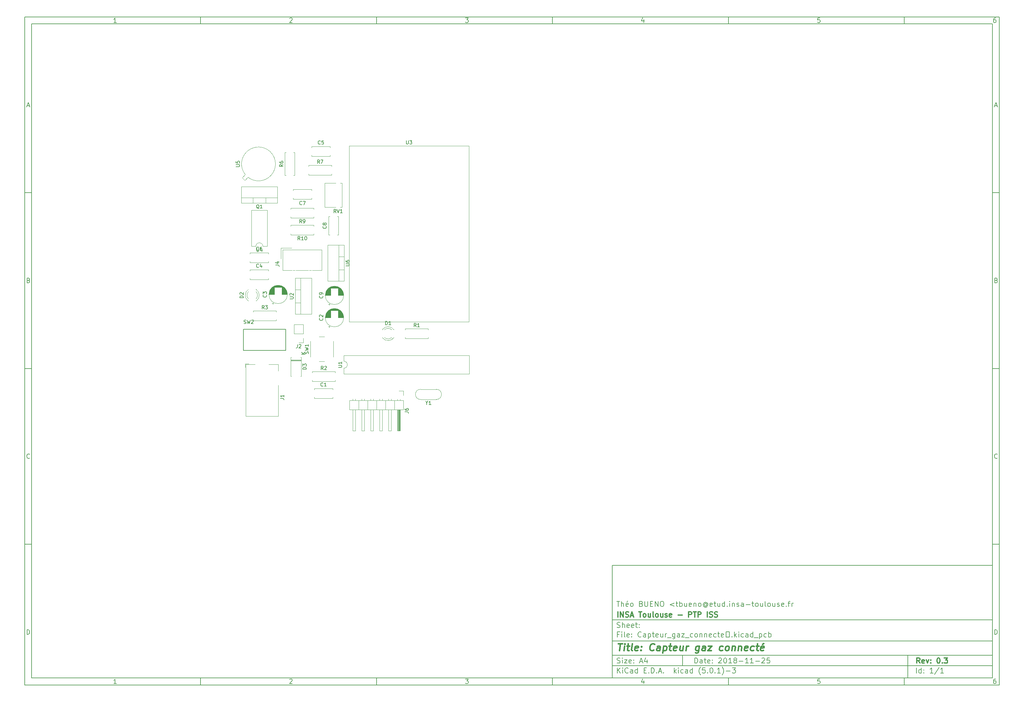
<source format=gto>
G04 #@! TF.GenerationSoftware,KiCad,Pcbnew,(5.0.1)-3*
G04 #@! TF.CreationDate,2018-11-25T13:27:38+01:00*
G04 #@! TF.ProjectId,Capteur_gaz_connecte_,436170746575725F67617A5F636F6E6E,0.3*
G04 #@! TF.SameCoordinates,Original*
G04 #@! TF.FileFunction,Legend,Top*
G04 #@! TF.FilePolarity,Positive*
%FSLAX46Y46*%
G04 Gerber Fmt 4.6, Leading zero omitted, Abs format (unit mm)*
G04 Created by KiCad (PCBNEW (5.0.1)-3) date 25/11/2018 13:27:38*
%MOMM*%
%LPD*%
G01*
G04 APERTURE LIST*
%ADD10C,0.100000*%
%ADD11C,0.150000*%
%ADD12C,0.300000*%
%ADD13C,0.400000*%
%ADD14C,0.120000*%
G04 APERTURE END LIST*
D10*
D11*
X177002200Y-166007200D02*
X177002200Y-198007200D01*
X285002200Y-198007200D01*
X285002200Y-166007200D01*
X177002200Y-166007200D01*
D10*
D11*
X10000000Y-10000000D02*
X10000000Y-200007200D01*
X287002200Y-200007200D01*
X287002200Y-10000000D01*
X10000000Y-10000000D01*
D10*
D11*
X12000000Y-12000000D02*
X12000000Y-198007200D01*
X285002200Y-198007200D01*
X285002200Y-12000000D01*
X12000000Y-12000000D01*
D10*
D11*
X60000000Y-12000000D02*
X60000000Y-10000000D01*
D10*
D11*
X110000000Y-12000000D02*
X110000000Y-10000000D01*
D10*
D11*
X160000000Y-12000000D02*
X160000000Y-10000000D01*
D10*
D11*
X210000000Y-12000000D02*
X210000000Y-10000000D01*
D10*
D11*
X260000000Y-12000000D02*
X260000000Y-10000000D01*
D10*
D11*
X36065476Y-11588095D02*
X35322619Y-11588095D01*
X35694047Y-11588095D02*
X35694047Y-10288095D01*
X35570238Y-10473809D01*
X35446428Y-10597619D01*
X35322619Y-10659523D01*
D10*
D11*
X85322619Y-10411904D02*
X85384523Y-10350000D01*
X85508333Y-10288095D01*
X85817857Y-10288095D01*
X85941666Y-10350000D01*
X86003571Y-10411904D01*
X86065476Y-10535714D01*
X86065476Y-10659523D01*
X86003571Y-10845238D01*
X85260714Y-11588095D01*
X86065476Y-11588095D01*
D10*
D11*
X135260714Y-10288095D02*
X136065476Y-10288095D01*
X135632142Y-10783333D01*
X135817857Y-10783333D01*
X135941666Y-10845238D01*
X136003571Y-10907142D01*
X136065476Y-11030952D01*
X136065476Y-11340476D01*
X136003571Y-11464285D01*
X135941666Y-11526190D01*
X135817857Y-11588095D01*
X135446428Y-11588095D01*
X135322619Y-11526190D01*
X135260714Y-11464285D01*
D10*
D11*
X185941666Y-10721428D02*
X185941666Y-11588095D01*
X185632142Y-10226190D02*
X185322619Y-11154761D01*
X186127380Y-11154761D01*
D10*
D11*
X236003571Y-10288095D02*
X235384523Y-10288095D01*
X235322619Y-10907142D01*
X235384523Y-10845238D01*
X235508333Y-10783333D01*
X235817857Y-10783333D01*
X235941666Y-10845238D01*
X236003571Y-10907142D01*
X236065476Y-11030952D01*
X236065476Y-11340476D01*
X236003571Y-11464285D01*
X235941666Y-11526190D01*
X235817857Y-11588095D01*
X235508333Y-11588095D01*
X235384523Y-11526190D01*
X235322619Y-11464285D01*
D10*
D11*
X285941666Y-10288095D02*
X285694047Y-10288095D01*
X285570238Y-10350000D01*
X285508333Y-10411904D01*
X285384523Y-10597619D01*
X285322619Y-10845238D01*
X285322619Y-11340476D01*
X285384523Y-11464285D01*
X285446428Y-11526190D01*
X285570238Y-11588095D01*
X285817857Y-11588095D01*
X285941666Y-11526190D01*
X286003571Y-11464285D01*
X286065476Y-11340476D01*
X286065476Y-11030952D01*
X286003571Y-10907142D01*
X285941666Y-10845238D01*
X285817857Y-10783333D01*
X285570238Y-10783333D01*
X285446428Y-10845238D01*
X285384523Y-10907142D01*
X285322619Y-11030952D01*
D10*
D11*
X60000000Y-198007200D02*
X60000000Y-200007200D01*
D10*
D11*
X110000000Y-198007200D02*
X110000000Y-200007200D01*
D10*
D11*
X160000000Y-198007200D02*
X160000000Y-200007200D01*
D10*
D11*
X210000000Y-198007200D02*
X210000000Y-200007200D01*
D10*
D11*
X260000000Y-198007200D02*
X260000000Y-200007200D01*
D10*
D11*
X36065476Y-199595295D02*
X35322619Y-199595295D01*
X35694047Y-199595295D02*
X35694047Y-198295295D01*
X35570238Y-198481009D01*
X35446428Y-198604819D01*
X35322619Y-198666723D01*
D10*
D11*
X85322619Y-198419104D02*
X85384523Y-198357200D01*
X85508333Y-198295295D01*
X85817857Y-198295295D01*
X85941666Y-198357200D01*
X86003571Y-198419104D01*
X86065476Y-198542914D01*
X86065476Y-198666723D01*
X86003571Y-198852438D01*
X85260714Y-199595295D01*
X86065476Y-199595295D01*
D10*
D11*
X135260714Y-198295295D02*
X136065476Y-198295295D01*
X135632142Y-198790533D01*
X135817857Y-198790533D01*
X135941666Y-198852438D01*
X136003571Y-198914342D01*
X136065476Y-199038152D01*
X136065476Y-199347676D01*
X136003571Y-199471485D01*
X135941666Y-199533390D01*
X135817857Y-199595295D01*
X135446428Y-199595295D01*
X135322619Y-199533390D01*
X135260714Y-199471485D01*
D10*
D11*
X185941666Y-198728628D02*
X185941666Y-199595295D01*
X185632142Y-198233390D02*
X185322619Y-199161961D01*
X186127380Y-199161961D01*
D10*
D11*
X236003571Y-198295295D02*
X235384523Y-198295295D01*
X235322619Y-198914342D01*
X235384523Y-198852438D01*
X235508333Y-198790533D01*
X235817857Y-198790533D01*
X235941666Y-198852438D01*
X236003571Y-198914342D01*
X236065476Y-199038152D01*
X236065476Y-199347676D01*
X236003571Y-199471485D01*
X235941666Y-199533390D01*
X235817857Y-199595295D01*
X235508333Y-199595295D01*
X235384523Y-199533390D01*
X235322619Y-199471485D01*
D10*
D11*
X285941666Y-198295295D02*
X285694047Y-198295295D01*
X285570238Y-198357200D01*
X285508333Y-198419104D01*
X285384523Y-198604819D01*
X285322619Y-198852438D01*
X285322619Y-199347676D01*
X285384523Y-199471485D01*
X285446428Y-199533390D01*
X285570238Y-199595295D01*
X285817857Y-199595295D01*
X285941666Y-199533390D01*
X286003571Y-199471485D01*
X286065476Y-199347676D01*
X286065476Y-199038152D01*
X286003571Y-198914342D01*
X285941666Y-198852438D01*
X285817857Y-198790533D01*
X285570238Y-198790533D01*
X285446428Y-198852438D01*
X285384523Y-198914342D01*
X285322619Y-199038152D01*
D10*
D11*
X10000000Y-60000000D02*
X12000000Y-60000000D01*
D10*
D11*
X10000000Y-110000000D02*
X12000000Y-110000000D01*
D10*
D11*
X10000000Y-160000000D02*
X12000000Y-160000000D01*
D10*
D11*
X10690476Y-35216666D02*
X11309523Y-35216666D01*
X10566666Y-35588095D02*
X11000000Y-34288095D01*
X11433333Y-35588095D01*
D10*
D11*
X11092857Y-84907142D02*
X11278571Y-84969047D01*
X11340476Y-85030952D01*
X11402380Y-85154761D01*
X11402380Y-85340476D01*
X11340476Y-85464285D01*
X11278571Y-85526190D01*
X11154761Y-85588095D01*
X10659523Y-85588095D01*
X10659523Y-84288095D01*
X11092857Y-84288095D01*
X11216666Y-84350000D01*
X11278571Y-84411904D01*
X11340476Y-84535714D01*
X11340476Y-84659523D01*
X11278571Y-84783333D01*
X11216666Y-84845238D01*
X11092857Y-84907142D01*
X10659523Y-84907142D01*
D10*
D11*
X11402380Y-135464285D02*
X11340476Y-135526190D01*
X11154761Y-135588095D01*
X11030952Y-135588095D01*
X10845238Y-135526190D01*
X10721428Y-135402380D01*
X10659523Y-135278571D01*
X10597619Y-135030952D01*
X10597619Y-134845238D01*
X10659523Y-134597619D01*
X10721428Y-134473809D01*
X10845238Y-134350000D01*
X11030952Y-134288095D01*
X11154761Y-134288095D01*
X11340476Y-134350000D01*
X11402380Y-134411904D01*
D10*
D11*
X10659523Y-185588095D02*
X10659523Y-184288095D01*
X10969047Y-184288095D01*
X11154761Y-184350000D01*
X11278571Y-184473809D01*
X11340476Y-184597619D01*
X11402380Y-184845238D01*
X11402380Y-185030952D01*
X11340476Y-185278571D01*
X11278571Y-185402380D01*
X11154761Y-185526190D01*
X10969047Y-185588095D01*
X10659523Y-185588095D01*
D10*
D11*
X287002200Y-60000000D02*
X285002200Y-60000000D01*
D10*
D11*
X287002200Y-110000000D02*
X285002200Y-110000000D01*
D10*
D11*
X287002200Y-160000000D02*
X285002200Y-160000000D01*
D10*
D11*
X285692676Y-35216666D02*
X286311723Y-35216666D01*
X285568866Y-35588095D02*
X286002200Y-34288095D01*
X286435533Y-35588095D01*
D10*
D11*
X286095057Y-84907142D02*
X286280771Y-84969047D01*
X286342676Y-85030952D01*
X286404580Y-85154761D01*
X286404580Y-85340476D01*
X286342676Y-85464285D01*
X286280771Y-85526190D01*
X286156961Y-85588095D01*
X285661723Y-85588095D01*
X285661723Y-84288095D01*
X286095057Y-84288095D01*
X286218866Y-84350000D01*
X286280771Y-84411904D01*
X286342676Y-84535714D01*
X286342676Y-84659523D01*
X286280771Y-84783333D01*
X286218866Y-84845238D01*
X286095057Y-84907142D01*
X285661723Y-84907142D01*
D10*
D11*
X286404580Y-135464285D02*
X286342676Y-135526190D01*
X286156961Y-135588095D01*
X286033152Y-135588095D01*
X285847438Y-135526190D01*
X285723628Y-135402380D01*
X285661723Y-135278571D01*
X285599819Y-135030952D01*
X285599819Y-134845238D01*
X285661723Y-134597619D01*
X285723628Y-134473809D01*
X285847438Y-134350000D01*
X286033152Y-134288095D01*
X286156961Y-134288095D01*
X286342676Y-134350000D01*
X286404580Y-134411904D01*
D10*
D11*
X285661723Y-185588095D02*
X285661723Y-184288095D01*
X285971247Y-184288095D01*
X286156961Y-184350000D01*
X286280771Y-184473809D01*
X286342676Y-184597619D01*
X286404580Y-184845238D01*
X286404580Y-185030952D01*
X286342676Y-185278571D01*
X286280771Y-185402380D01*
X286156961Y-185526190D01*
X285971247Y-185588095D01*
X285661723Y-185588095D01*
D10*
D11*
X200434342Y-193785771D02*
X200434342Y-192285771D01*
X200791485Y-192285771D01*
X201005771Y-192357200D01*
X201148628Y-192500057D01*
X201220057Y-192642914D01*
X201291485Y-192928628D01*
X201291485Y-193142914D01*
X201220057Y-193428628D01*
X201148628Y-193571485D01*
X201005771Y-193714342D01*
X200791485Y-193785771D01*
X200434342Y-193785771D01*
X202577200Y-193785771D02*
X202577200Y-193000057D01*
X202505771Y-192857200D01*
X202362914Y-192785771D01*
X202077200Y-192785771D01*
X201934342Y-192857200D01*
X202577200Y-193714342D02*
X202434342Y-193785771D01*
X202077200Y-193785771D01*
X201934342Y-193714342D01*
X201862914Y-193571485D01*
X201862914Y-193428628D01*
X201934342Y-193285771D01*
X202077200Y-193214342D01*
X202434342Y-193214342D01*
X202577200Y-193142914D01*
X203077200Y-192785771D02*
X203648628Y-192785771D01*
X203291485Y-192285771D02*
X203291485Y-193571485D01*
X203362914Y-193714342D01*
X203505771Y-193785771D01*
X203648628Y-193785771D01*
X204720057Y-193714342D02*
X204577200Y-193785771D01*
X204291485Y-193785771D01*
X204148628Y-193714342D01*
X204077200Y-193571485D01*
X204077200Y-193000057D01*
X204148628Y-192857200D01*
X204291485Y-192785771D01*
X204577200Y-192785771D01*
X204720057Y-192857200D01*
X204791485Y-193000057D01*
X204791485Y-193142914D01*
X204077200Y-193285771D01*
X205434342Y-193642914D02*
X205505771Y-193714342D01*
X205434342Y-193785771D01*
X205362914Y-193714342D01*
X205434342Y-193642914D01*
X205434342Y-193785771D01*
X205434342Y-192857200D02*
X205505771Y-192928628D01*
X205434342Y-193000057D01*
X205362914Y-192928628D01*
X205434342Y-192857200D01*
X205434342Y-193000057D01*
X207220057Y-192428628D02*
X207291485Y-192357200D01*
X207434342Y-192285771D01*
X207791485Y-192285771D01*
X207934342Y-192357200D01*
X208005771Y-192428628D01*
X208077200Y-192571485D01*
X208077200Y-192714342D01*
X208005771Y-192928628D01*
X207148628Y-193785771D01*
X208077200Y-193785771D01*
X209005771Y-192285771D02*
X209148628Y-192285771D01*
X209291485Y-192357200D01*
X209362914Y-192428628D01*
X209434342Y-192571485D01*
X209505771Y-192857200D01*
X209505771Y-193214342D01*
X209434342Y-193500057D01*
X209362914Y-193642914D01*
X209291485Y-193714342D01*
X209148628Y-193785771D01*
X209005771Y-193785771D01*
X208862914Y-193714342D01*
X208791485Y-193642914D01*
X208720057Y-193500057D01*
X208648628Y-193214342D01*
X208648628Y-192857200D01*
X208720057Y-192571485D01*
X208791485Y-192428628D01*
X208862914Y-192357200D01*
X209005771Y-192285771D01*
X210934342Y-193785771D02*
X210077200Y-193785771D01*
X210505771Y-193785771D02*
X210505771Y-192285771D01*
X210362914Y-192500057D01*
X210220057Y-192642914D01*
X210077200Y-192714342D01*
X211791485Y-192928628D02*
X211648628Y-192857200D01*
X211577200Y-192785771D01*
X211505771Y-192642914D01*
X211505771Y-192571485D01*
X211577200Y-192428628D01*
X211648628Y-192357200D01*
X211791485Y-192285771D01*
X212077200Y-192285771D01*
X212220057Y-192357200D01*
X212291485Y-192428628D01*
X212362914Y-192571485D01*
X212362914Y-192642914D01*
X212291485Y-192785771D01*
X212220057Y-192857200D01*
X212077200Y-192928628D01*
X211791485Y-192928628D01*
X211648628Y-193000057D01*
X211577200Y-193071485D01*
X211505771Y-193214342D01*
X211505771Y-193500057D01*
X211577200Y-193642914D01*
X211648628Y-193714342D01*
X211791485Y-193785771D01*
X212077200Y-193785771D01*
X212220057Y-193714342D01*
X212291485Y-193642914D01*
X212362914Y-193500057D01*
X212362914Y-193214342D01*
X212291485Y-193071485D01*
X212220057Y-193000057D01*
X212077200Y-192928628D01*
X213005771Y-193214342D02*
X214148628Y-193214342D01*
X215648628Y-193785771D02*
X214791485Y-193785771D01*
X215220057Y-193785771D02*
X215220057Y-192285771D01*
X215077200Y-192500057D01*
X214934342Y-192642914D01*
X214791485Y-192714342D01*
X217077200Y-193785771D02*
X216220057Y-193785771D01*
X216648628Y-193785771D02*
X216648628Y-192285771D01*
X216505771Y-192500057D01*
X216362914Y-192642914D01*
X216220057Y-192714342D01*
X217720057Y-193214342D02*
X218862914Y-193214342D01*
X219505771Y-192428628D02*
X219577200Y-192357200D01*
X219720057Y-192285771D01*
X220077200Y-192285771D01*
X220220057Y-192357200D01*
X220291485Y-192428628D01*
X220362914Y-192571485D01*
X220362914Y-192714342D01*
X220291485Y-192928628D01*
X219434342Y-193785771D01*
X220362914Y-193785771D01*
X221720057Y-192285771D02*
X221005771Y-192285771D01*
X220934342Y-193000057D01*
X221005771Y-192928628D01*
X221148628Y-192857200D01*
X221505771Y-192857200D01*
X221648628Y-192928628D01*
X221720057Y-193000057D01*
X221791485Y-193142914D01*
X221791485Y-193500057D01*
X221720057Y-193642914D01*
X221648628Y-193714342D01*
X221505771Y-193785771D01*
X221148628Y-193785771D01*
X221005771Y-193714342D01*
X220934342Y-193642914D01*
D10*
D11*
X177002200Y-194507200D02*
X285002200Y-194507200D01*
D10*
D11*
X178434342Y-196585771D02*
X178434342Y-195085771D01*
X179291485Y-196585771D02*
X178648628Y-195728628D01*
X179291485Y-195085771D02*
X178434342Y-195942914D01*
X179934342Y-196585771D02*
X179934342Y-195585771D01*
X179934342Y-195085771D02*
X179862914Y-195157200D01*
X179934342Y-195228628D01*
X180005771Y-195157200D01*
X179934342Y-195085771D01*
X179934342Y-195228628D01*
X181505771Y-196442914D02*
X181434342Y-196514342D01*
X181220057Y-196585771D01*
X181077200Y-196585771D01*
X180862914Y-196514342D01*
X180720057Y-196371485D01*
X180648628Y-196228628D01*
X180577200Y-195942914D01*
X180577200Y-195728628D01*
X180648628Y-195442914D01*
X180720057Y-195300057D01*
X180862914Y-195157200D01*
X181077200Y-195085771D01*
X181220057Y-195085771D01*
X181434342Y-195157200D01*
X181505771Y-195228628D01*
X182791485Y-196585771D02*
X182791485Y-195800057D01*
X182720057Y-195657200D01*
X182577200Y-195585771D01*
X182291485Y-195585771D01*
X182148628Y-195657200D01*
X182791485Y-196514342D02*
X182648628Y-196585771D01*
X182291485Y-196585771D01*
X182148628Y-196514342D01*
X182077200Y-196371485D01*
X182077200Y-196228628D01*
X182148628Y-196085771D01*
X182291485Y-196014342D01*
X182648628Y-196014342D01*
X182791485Y-195942914D01*
X184148628Y-196585771D02*
X184148628Y-195085771D01*
X184148628Y-196514342D02*
X184005771Y-196585771D01*
X183720057Y-196585771D01*
X183577200Y-196514342D01*
X183505771Y-196442914D01*
X183434342Y-196300057D01*
X183434342Y-195871485D01*
X183505771Y-195728628D01*
X183577200Y-195657200D01*
X183720057Y-195585771D01*
X184005771Y-195585771D01*
X184148628Y-195657200D01*
X186005771Y-195800057D02*
X186505771Y-195800057D01*
X186720057Y-196585771D02*
X186005771Y-196585771D01*
X186005771Y-195085771D01*
X186720057Y-195085771D01*
X187362914Y-196442914D02*
X187434342Y-196514342D01*
X187362914Y-196585771D01*
X187291485Y-196514342D01*
X187362914Y-196442914D01*
X187362914Y-196585771D01*
X188077200Y-196585771D02*
X188077200Y-195085771D01*
X188434342Y-195085771D01*
X188648628Y-195157200D01*
X188791485Y-195300057D01*
X188862914Y-195442914D01*
X188934342Y-195728628D01*
X188934342Y-195942914D01*
X188862914Y-196228628D01*
X188791485Y-196371485D01*
X188648628Y-196514342D01*
X188434342Y-196585771D01*
X188077200Y-196585771D01*
X189577200Y-196442914D02*
X189648628Y-196514342D01*
X189577200Y-196585771D01*
X189505771Y-196514342D01*
X189577200Y-196442914D01*
X189577200Y-196585771D01*
X190220057Y-196157200D02*
X190934342Y-196157200D01*
X190077200Y-196585771D02*
X190577200Y-195085771D01*
X191077200Y-196585771D01*
X191577200Y-196442914D02*
X191648628Y-196514342D01*
X191577200Y-196585771D01*
X191505771Y-196514342D01*
X191577200Y-196442914D01*
X191577200Y-196585771D01*
X194577200Y-196585771D02*
X194577200Y-195085771D01*
X194720057Y-196014342D02*
X195148628Y-196585771D01*
X195148628Y-195585771D02*
X194577200Y-196157200D01*
X195791485Y-196585771D02*
X195791485Y-195585771D01*
X195791485Y-195085771D02*
X195720057Y-195157200D01*
X195791485Y-195228628D01*
X195862914Y-195157200D01*
X195791485Y-195085771D01*
X195791485Y-195228628D01*
X197148628Y-196514342D02*
X197005771Y-196585771D01*
X196720057Y-196585771D01*
X196577200Y-196514342D01*
X196505771Y-196442914D01*
X196434342Y-196300057D01*
X196434342Y-195871485D01*
X196505771Y-195728628D01*
X196577200Y-195657200D01*
X196720057Y-195585771D01*
X197005771Y-195585771D01*
X197148628Y-195657200D01*
X198434342Y-196585771D02*
X198434342Y-195800057D01*
X198362914Y-195657200D01*
X198220057Y-195585771D01*
X197934342Y-195585771D01*
X197791485Y-195657200D01*
X198434342Y-196514342D02*
X198291485Y-196585771D01*
X197934342Y-196585771D01*
X197791485Y-196514342D01*
X197720057Y-196371485D01*
X197720057Y-196228628D01*
X197791485Y-196085771D01*
X197934342Y-196014342D01*
X198291485Y-196014342D01*
X198434342Y-195942914D01*
X199791485Y-196585771D02*
X199791485Y-195085771D01*
X199791485Y-196514342D02*
X199648628Y-196585771D01*
X199362914Y-196585771D01*
X199220057Y-196514342D01*
X199148628Y-196442914D01*
X199077200Y-196300057D01*
X199077200Y-195871485D01*
X199148628Y-195728628D01*
X199220057Y-195657200D01*
X199362914Y-195585771D01*
X199648628Y-195585771D01*
X199791485Y-195657200D01*
X202077200Y-197157200D02*
X202005771Y-197085771D01*
X201862914Y-196871485D01*
X201791485Y-196728628D01*
X201720057Y-196514342D01*
X201648628Y-196157200D01*
X201648628Y-195871485D01*
X201720057Y-195514342D01*
X201791485Y-195300057D01*
X201862914Y-195157200D01*
X202005771Y-194942914D01*
X202077200Y-194871485D01*
X203362914Y-195085771D02*
X202648628Y-195085771D01*
X202577200Y-195800057D01*
X202648628Y-195728628D01*
X202791485Y-195657200D01*
X203148628Y-195657200D01*
X203291485Y-195728628D01*
X203362914Y-195800057D01*
X203434342Y-195942914D01*
X203434342Y-196300057D01*
X203362914Y-196442914D01*
X203291485Y-196514342D01*
X203148628Y-196585771D01*
X202791485Y-196585771D01*
X202648628Y-196514342D01*
X202577200Y-196442914D01*
X204077200Y-196442914D02*
X204148628Y-196514342D01*
X204077200Y-196585771D01*
X204005771Y-196514342D01*
X204077200Y-196442914D01*
X204077200Y-196585771D01*
X205077200Y-195085771D02*
X205220057Y-195085771D01*
X205362914Y-195157200D01*
X205434342Y-195228628D01*
X205505771Y-195371485D01*
X205577200Y-195657200D01*
X205577200Y-196014342D01*
X205505771Y-196300057D01*
X205434342Y-196442914D01*
X205362914Y-196514342D01*
X205220057Y-196585771D01*
X205077200Y-196585771D01*
X204934342Y-196514342D01*
X204862914Y-196442914D01*
X204791485Y-196300057D01*
X204720057Y-196014342D01*
X204720057Y-195657200D01*
X204791485Y-195371485D01*
X204862914Y-195228628D01*
X204934342Y-195157200D01*
X205077200Y-195085771D01*
X206220057Y-196442914D02*
X206291485Y-196514342D01*
X206220057Y-196585771D01*
X206148628Y-196514342D01*
X206220057Y-196442914D01*
X206220057Y-196585771D01*
X207720057Y-196585771D02*
X206862914Y-196585771D01*
X207291485Y-196585771D02*
X207291485Y-195085771D01*
X207148628Y-195300057D01*
X207005771Y-195442914D01*
X206862914Y-195514342D01*
X208220057Y-197157200D02*
X208291485Y-197085771D01*
X208434342Y-196871485D01*
X208505771Y-196728628D01*
X208577200Y-196514342D01*
X208648628Y-196157200D01*
X208648628Y-195871485D01*
X208577200Y-195514342D01*
X208505771Y-195300057D01*
X208434342Y-195157200D01*
X208291485Y-194942914D01*
X208220057Y-194871485D01*
X209362914Y-196014342D02*
X210505771Y-196014342D01*
X211077200Y-195085771D02*
X212005771Y-195085771D01*
X211505771Y-195657200D01*
X211720057Y-195657200D01*
X211862914Y-195728628D01*
X211934342Y-195800057D01*
X212005771Y-195942914D01*
X212005771Y-196300057D01*
X211934342Y-196442914D01*
X211862914Y-196514342D01*
X211720057Y-196585771D01*
X211291485Y-196585771D01*
X211148628Y-196514342D01*
X211077200Y-196442914D01*
D10*
D11*
X177002200Y-191507200D02*
X285002200Y-191507200D01*
D10*
D12*
X264411485Y-193785771D02*
X263911485Y-193071485D01*
X263554342Y-193785771D02*
X263554342Y-192285771D01*
X264125771Y-192285771D01*
X264268628Y-192357200D01*
X264340057Y-192428628D01*
X264411485Y-192571485D01*
X264411485Y-192785771D01*
X264340057Y-192928628D01*
X264268628Y-193000057D01*
X264125771Y-193071485D01*
X263554342Y-193071485D01*
X265625771Y-193714342D02*
X265482914Y-193785771D01*
X265197200Y-193785771D01*
X265054342Y-193714342D01*
X264982914Y-193571485D01*
X264982914Y-193000057D01*
X265054342Y-192857200D01*
X265197200Y-192785771D01*
X265482914Y-192785771D01*
X265625771Y-192857200D01*
X265697200Y-193000057D01*
X265697200Y-193142914D01*
X264982914Y-193285771D01*
X266197200Y-192785771D02*
X266554342Y-193785771D01*
X266911485Y-192785771D01*
X267482914Y-193642914D02*
X267554342Y-193714342D01*
X267482914Y-193785771D01*
X267411485Y-193714342D01*
X267482914Y-193642914D01*
X267482914Y-193785771D01*
X267482914Y-192857200D02*
X267554342Y-192928628D01*
X267482914Y-193000057D01*
X267411485Y-192928628D01*
X267482914Y-192857200D01*
X267482914Y-193000057D01*
X269625771Y-192285771D02*
X269768628Y-192285771D01*
X269911485Y-192357200D01*
X269982914Y-192428628D01*
X270054342Y-192571485D01*
X270125771Y-192857200D01*
X270125771Y-193214342D01*
X270054342Y-193500057D01*
X269982914Y-193642914D01*
X269911485Y-193714342D01*
X269768628Y-193785771D01*
X269625771Y-193785771D01*
X269482914Y-193714342D01*
X269411485Y-193642914D01*
X269340057Y-193500057D01*
X269268628Y-193214342D01*
X269268628Y-192857200D01*
X269340057Y-192571485D01*
X269411485Y-192428628D01*
X269482914Y-192357200D01*
X269625771Y-192285771D01*
X270768628Y-193642914D02*
X270840057Y-193714342D01*
X270768628Y-193785771D01*
X270697200Y-193714342D01*
X270768628Y-193642914D01*
X270768628Y-193785771D01*
X271340057Y-192285771D02*
X272268628Y-192285771D01*
X271768628Y-192857200D01*
X271982914Y-192857200D01*
X272125771Y-192928628D01*
X272197200Y-193000057D01*
X272268628Y-193142914D01*
X272268628Y-193500057D01*
X272197200Y-193642914D01*
X272125771Y-193714342D01*
X271982914Y-193785771D01*
X271554342Y-193785771D01*
X271411485Y-193714342D01*
X271340057Y-193642914D01*
D10*
D11*
X178362914Y-193714342D02*
X178577200Y-193785771D01*
X178934342Y-193785771D01*
X179077200Y-193714342D01*
X179148628Y-193642914D01*
X179220057Y-193500057D01*
X179220057Y-193357200D01*
X179148628Y-193214342D01*
X179077200Y-193142914D01*
X178934342Y-193071485D01*
X178648628Y-193000057D01*
X178505771Y-192928628D01*
X178434342Y-192857200D01*
X178362914Y-192714342D01*
X178362914Y-192571485D01*
X178434342Y-192428628D01*
X178505771Y-192357200D01*
X178648628Y-192285771D01*
X179005771Y-192285771D01*
X179220057Y-192357200D01*
X179862914Y-193785771D02*
X179862914Y-192785771D01*
X179862914Y-192285771D02*
X179791485Y-192357200D01*
X179862914Y-192428628D01*
X179934342Y-192357200D01*
X179862914Y-192285771D01*
X179862914Y-192428628D01*
X180434342Y-192785771D02*
X181220057Y-192785771D01*
X180434342Y-193785771D01*
X181220057Y-193785771D01*
X182362914Y-193714342D02*
X182220057Y-193785771D01*
X181934342Y-193785771D01*
X181791485Y-193714342D01*
X181720057Y-193571485D01*
X181720057Y-193000057D01*
X181791485Y-192857200D01*
X181934342Y-192785771D01*
X182220057Y-192785771D01*
X182362914Y-192857200D01*
X182434342Y-193000057D01*
X182434342Y-193142914D01*
X181720057Y-193285771D01*
X183077200Y-193642914D02*
X183148628Y-193714342D01*
X183077200Y-193785771D01*
X183005771Y-193714342D01*
X183077200Y-193642914D01*
X183077200Y-193785771D01*
X183077200Y-192857200D02*
X183148628Y-192928628D01*
X183077200Y-193000057D01*
X183005771Y-192928628D01*
X183077200Y-192857200D01*
X183077200Y-193000057D01*
X184862914Y-193357200D02*
X185577200Y-193357200D01*
X184720057Y-193785771D02*
X185220057Y-192285771D01*
X185720057Y-193785771D01*
X186862914Y-192785771D02*
X186862914Y-193785771D01*
X186505771Y-192214342D02*
X186148628Y-193285771D01*
X187077200Y-193285771D01*
D10*
D11*
X263434342Y-196585771D02*
X263434342Y-195085771D01*
X264791485Y-196585771D02*
X264791485Y-195085771D01*
X264791485Y-196514342D02*
X264648628Y-196585771D01*
X264362914Y-196585771D01*
X264220057Y-196514342D01*
X264148628Y-196442914D01*
X264077200Y-196300057D01*
X264077200Y-195871485D01*
X264148628Y-195728628D01*
X264220057Y-195657200D01*
X264362914Y-195585771D01*
X264648628Y-195585771D01*
X264791485Y-195657200D01*
X265505771Y-196442914D02*
X265577200Y-196514342D01*
X265505771Y-196585771D01*
X265434342Y-196514342D01*
X265505771Y-196442914D01*
X265505771Y-196585771D01*
X265505771Y-195657200D02*
X265577200Y-195728628D01*
X265505771Y-195800057D01*
X265434342Y-195728628D01*
X265505771Y-195657200D01*
X265505771Y-195800057D01*
X268148628Y-196585771D02*
X267291485Y-196585771D01*
X267720057Y-196585771D02*
X267720057Y-195085771D01*
X267577200Y-195300057D01*
X267434342Y-195442914D01*
X267291485Y-195514342D01*
X269862914Y-195014342D02*
X268577200Y-196942914D01*
X271148628Y-196585771D02*
X270291485Y-196585771D01*
X270720057Y-196585771D02*
X270720057Y-195085771D01*
X270577200Y-195300057D01*
X270434342Y-195442914D01*
X270291485Y-195514342D01*
D10*
D11*
X177002200Y-187507200D02*
X285002200Y-187507200D01*
D10*
D13*
X178714580Y-188211961D02*
X179857438Y-188211961D01*
X179036009Y-190211961D02*
X179286009Y-188211961D01*
X180274104Y-190211961D02*
X180440771Y-188878628D01*
X180524104Y-188211961D02*
X180416961Y-188307200D01*
X180500295Y-188402438D01*
X180607438Y-188307200D01*
X180524104Y-188211961D01*
X180500295Y-188402438D01*
X181107438Y-188878628D02*
X181869342Y-188878628D01*
X181476485Y-188211961D02*
X181262200Y-189926247D01*
X181333628Y-190116723D01*
X181512200Y-190211961D01*
X181702676Y-190211961D01*
X182655057Y-190211961D02*
X182476485Y-190116723D01*
X182405057Y-189926247D01*
X182619342Y-188211961D01*
X184190771Y-190116723D02*
X183988390Y-190211961D01*
X183607438Y-190211961D01*
X183428866Y-190116723D01*
X183357438Y-189926247D01*
X183452676Y-189164342D01*
X183571723Y-188973866D01*
X183774104Y-188878628D01*
X184155057Y-188878628D01*
X184333628Y-188973866D01*
X184405057Y-189164342D01*
X184381247Y-189354819D01*
X183405057Y-189545295D01*
X185155057Y-190021485D02*
X185238390Y-190116723D01*
X185131247Y-190211961D01*
X185047914Y-190116723D01*
X185155057Y-190021485D01*
X185131247Y-190211961D01*
X185286009Y-188973866D02*
X185369342Y-189069104D01*
X185262200Y-189164342D01*
X185178866Y-189069104D01*
X185286009Y-188973866D01*
X185262200Y-189164342D01*
X188774104Y-190021485D02*
X188666961Y-190116723D01*
X188369342Y-190211961D01*
X188178866Y-190211961D01*
X187905057Y-190116723D01*
X187738390Y-189926247D01*
X187666961Y-189735771D01*
X187619342Y-189354819D01*
X187655057Y-189069104D01*
X187797914Y-188688152D01*
X187916961Y-188497676D01*
X188131247Y-188307200D01*
X188428866Y-188211961D01*
X188619342Y-188211961D01*
X188893152Y-188307200D01*
X188976485Y-188402438D01*
X190464580Y-190211961D02*
X190595533Y-189164342D01*
X190524104Y-188973866D01*
X190345533Y-188878628D01*
X189964580Y-188878628D01*
X189762200Y-188973866D01*
X190476485Y-190116723D02*
X190274104Y-190211961D01*
X189797914Y-190211961D01*
X189619342Y-190116723D01*
X189547914Y-189926247D01*
X189571723Y-189735771D01*
X189690771Y-189545295D01*
X189893152Y-189450057D01*
X190369342Y-189450057D01*
X190571723Y-189354819D01*
X191583628Y-188878628D02*
X191333628Y-190878628D01*
X191571723Y-188973866D02*
X191774104Y-188878628D01*
X192155057Y-188878628D01*
X192333628Y-188973866D01*
X192416961Y-189069104D01*
X192488390Y-189259580D01*
X192416961Y-189831009D01*
X192297914Y-190021485D01*
X192190771Y-190116723D01*
X191988390Y-190211961D01*
X191607438Y-190211961D01*
X191428866Y-190116723D01*
X193107438Y-188878628D02*
X193869342Y-188878628D01*
X193476485Y-188211961D02*
X193262200Y-189926247D01*
X193333628Y-190116723D01*
X193512200Y-190211961D01*
X193702676Y-190211961D01*
X195143152Y-190116723D02*
X194940771Y-190211961D01*
X194559819Y-190211961D01*
X194381247Y-190116723D01*
X194309819Y-189926247D01*
X194405057Y-189164342D01*
X194524104Y-188973866D01*
X194726485Y-188878628D01*
X195107438Y-188878628D01*
X195286009Y-188973866D01*
X195357438Y-189164342D01*
X195333628Y-189354819D01*
X194357438Y-189545295D01*
X197107438Y-188878628D02*
X196940771Y-190211961D01*
X196250295Y-188878628D02*
X196119342Y-189926247D01*
X196190771Y-190116723D01*
X196369342Y-190211961D01*
X196655057Y-190211961D01*
X196857438Y-190116723D01*
X196964580Y-190021485D01*
X197893152Y-190211961D02*
X198059819Y-188878628D01*
X198012200Y-189259580D02*
X198131247Y-189069104D01*
X198238390Y-188973866D01*
X198440771Y-188878628D01*
X198631247Y-188878628D01*
X201678866Y-188878628D02*
X201476485Y-190497676D01*
X201357438Y-190688152D01*
X201250295Y-190783390D01*
X201047914Y-190878628D01*
X200762200Y-190878628D01*
X200583628Y-190783390D01*
X201524104Y-190116723D02*
X201321723Y-190211961D01*
X200940771Y-190211961D01*
X200762200Y-190116723D01*
X200678866Y-190021485D01*
X200607438Y-189831009D01*
X200678866Y-189259580D01*
X200797914Y-189069104D01*
X200905057Y-188973866D01*
X201107438Y-188878628D01*
X201488390Y-188878628D01*
X201666961Y-188973866D01*
X203321723Y-190211961D02*
X203452676Y-189164342D01*
X203381247Y-188973866D01*
X203202676Y-188878628D01*
X202821723Y-188878628D01*
X202619342Y-188973866D01*
X203333628Y-190116723D02*
X203131247Y-190211961D01*
X202655057Y-190211961D01*
X202476485Y-190116723D01*
X202405057Y-189926247D01*
X202428866Y-189735771D01*
X202547914Y-189545295D01*
X202750295Y-189450057D01*
X203226485Y-189450057D01*
X203428866Y-189354819D01*
X204250295Y-188878628D02*
X205297914Y-188878628D01*
X204083628Y-190211961D01*
X205131247Y-190211961D01*
X208286009Y-190116723D02*
X208083628Y-190211961D01*
X207702676Y-190211961D01*
X207524104Y-190116723D01*
X207440771Y-190021485D01*
X207369342Y-189831009D01*
X207440771Y-189259580D01*
X207559819Y-189069104D01*
X207666961Y-188973866D01*
X207869342Y-188878628D01*
X208250295Y-188878628D01*
X208428866Y-188973866D01*
X209416961Y-190211961D02*
X209238390Y-190116723D01*
X209155057Y-190021485D01*
X209083628Y-189831009D01*
X209155057Y-189259580D01*
X209274104Y-189069104D01*
X209381247Y-188973866D01*
X209583628Y-188878628D01*
X209869342Y-188878628D01*
X210047914Y-188973866D01*
X210131247Y-189069104D01*
X210202676Y-189259580D01*
X210131247Y-189831009D01*
X210012200Y-190021485D01*
X209905057Y-190116723D01*
X209702676Y-190211961D01*
X209416961Y-190211961D01*
X211107438Y-188878628D02*
X210940771Y-190211961D01*
X211083628Y-189069104D02*
X211190771Y-188973866D01*
X211393152Y-188878628D01*
X211678866Y-188878628D01*
X211857438Y-188973866D01*
X211928866Y-189164342D01*
X211797914Y-190211961D01*
X212916961Y-188878628D02*
X212750295Y-190211961D01*
X212893152Y-189069104D02*
X213000295Y-188973866D01*
X213202676Y-188878628D01*
X213488390Y-188878628D01*
X213666961Y-188973866D01*
X213738390Y-189164342D01*
X213607438Y-190211961D01*
X215333628Y-190116723D02*
X215131247Y-190211961D01*
X214750295Y-190211961D01*
X214571723Y-190116723D01*
X214500295Y-189926247D01*
X214595533Y-189164342D01*
X214714580Y-188973866D01*
X214916961Y-188878628D01*
X215297914Y-188878628D01*
X215476485Y-188973866D01*
X215547914Y-189164342D01*
X215524104Y-189354819D01*
X214547914Y-189545295D01*
X217143152Y-190116723D02*
X216940771Y-190211961D01*
X216559819Y-190211961D01*
X216381247Y-190116723D01*
X216297914Y-190021485D01*
X216226485Y-189831009D01*
X216297914Y-189259580D01*
X216416961Y-189069104D01*
X216524104Y-188973866D01*
X216726485Y-188878628D01*
X217107438Y-188878628D01*
X217286009Y-188973866D01*
X217869342Y-188878628D02*
X218631247Y-188878628D01*
X218238390Y-188211961D02*
X218024104Y-189926247D01*
X218095533Y-190116723D01*
X218274104Y-190211961D01*
X218464580Y-190211961D01*
X219905057Y-190116723D02*
X219702676Y-190211961D01*
X219321723Y-190211961D01*
X219143152Y-190116723D01*
X219071723Y-189926247D01*
X219166961Y-189164342D01*
X219286009Y-188973866D01*
X219488390Y-188878628D01*
X219869342Y-188878628D01*
X220047914Y-188973866D01*
X220119342Y-189164342D01*
X220095533Y-189354819D01*
X219119342Y-189545295D01*
X219964580Y-188116723D02*
X219643152Y-188402438D01*
D10*
D11*
X178934342Y-185600057D02*
X178434342Y-185600057D01*
X178434342Y-186385771D02*
X178434342Y-184885771D01*
X179148628Y-184885771D01*
X179720057Y-186385771D02*
X179720057Y-185385771D01*
X179720057Y-184885771D02*
X179648628Y-184957200D01*
X179720057Y-185028628D01*
X179791485Y-184957200D01*
X179720057Y-184885771D01*
X179720057Y-185028628D01*
X180648628Y-186385771D02*
X180505771Y-186314342D01*
X180434342Y-186171485D01*
X180434342Y-184885771D01*
X181791485Y-186314342D02*
X181648628Y-186385771D01*
X181362914Y-186385771D01*
X181220057Y-186314342D01*
X181148628Y-186171485D01*
X181148628Y-185600057D01*
X181220057Y-185457200D01*
X181362914Y-185385771D01*
X181648628Y-185385771D01*
X181791485Y-185457200D01*
X181862914Y-185600057D01*
X181862914Y-185742914D01*
X181148628Y-185885771D01*
X182505771Y-186242914D02*
X182577200Y-186314342D01*
X182505771Y-186385771D01*
X182434342Y-186314342D01*
X182505771Y-186242914D01*
X182505771Y-186385771D01*
X182505771Y-185457200D02*
X182577200Y-185528628D01*
X182505771Y-185600057D01*
X182434342Y-185528628D01*
X182505771Y-185457200D01*
X182505771Y-185600057D01*
X185220057Y-186242914D02*
X185148628Y-186314342D01*
X184934342Y-186385771D01*
X184791485Y-186385771D01*
X184577200Y-186314342D01*
X184434342Y-186171485D01*
X184362914Y-186028628D01*
X184291485Y-185742914D01*
X184291485Y-185528628D01*
X184362914Y-185242914D01*
X184434342Y-185100057D01*
X184577200Y-184957200D01*
X184791485Y-184885771D01*
X184934342Y-184885771D01*
X185148628Y-184957200D01*
X185220057Y-185028628D01*
X186505771Y-186385771D02*
X186505771Y-185600057D01*
X186434342Y-185457200D01*
X186291485Y-185385771D01*
X186005771Y-185385771D01*
X185862914Y-185457200D01*
X186505771Y-186314342D02*
X186362914Y-186385771D01*
X186005771Y-186385771D01*
X185862914Y-186314342D01*
X185791485Y-186171485D01*
X185791485Y-186028628D01*
X185862914Y-185885771D01*
X186005771Y-185814342D01*
X186362914Y-185814342D01*
X186505771Y-185742914D01*
X187220057Y-185385771D02*
X187220057Y-186885771D01*
X187220057Y-185457200D02*
X187362914Y-185385771D01*
X187648628Y-185385771D01*
X187791485Y-185457200D01*
X187862914Y-185528628D01*
X187934342Y-185671485D01*
X187934342Y-186100057D01*
X187862914Y-186242914D01*
X187791485Y-186314342D01*
X187648628Y-186385771D01*
X187362914Y-186385771D01*
X187220057Y-186314342D01*
X188362914Y-185385771D02*
X188934342Y-185385771D01*
X188577200Y-184885771D02*
X188577200Y-186171485D01*
X188648628Y-186314342D01*
X188791485Y-186385771D01*
X188934342Y-186385771D01*
X190005771Y-186314342D02*
X189862914Y-186385771D01*
X189577200Y-186385771D01*
X189434342Y-186314342D01*
X189362914Y-186171485D01*
X189362914Y-185600057D01*
X189434342Y-185457200D01*
X189577200Y-185385771D01*
X189862914Y-185385771D01*
X190005771Y-185457200D01*
X190077200Y-185600057D01*
X190077200Y-185742914D01*
X189362914Y-185885771D01*
X191362914Y-185385771D02*
X191362914Y-186385771D01*
X190720057Y-185385771D02*
X190720057Y-186171485D01*
X190791485Y-186314342D01*
X190934342Y-186385771D01*
X191148628Y-186385771D01*
X191291485Y-186314342D01*
X191362914Y-186242914D01*
X192077200Y-186385771D02*
X192077200Y-185385771D01*
X192077200Y-185671485D02*
X192148628Y-185528628D01*
X192220057Y-185457200D01*
X192362914Y-185385771D01*
X192505771Y-185385771D01*
X192648628Y-186528628D02*
X193791485Y-186528628D01*
X194791485Y-185385771D02*
X194791485Y-186600057D01*
X194720057Y-186742914D01*
X194648628Y-186814342D01*
X194505771Y-186885771D01*
X194291485Y-186885771D01*
X194148628Y-186814342D01*
X194791485Y-186314342D02*
X194648628Y-186385771D01*
X194362914Y-186385771D01*
X194220057Y-186314342D01*
X194148628Y-186242914D01*
X194077200Y-186100057D01*
X194077200Y-185671485D01*
X194148628Y-185528628D01*
X194220057Y-185457200D01*
X194362914Y-185385771D01*
X194648628Y-185385771D01*
X194791485Y-185457200D01*
X196148628Y-186385771D02*
X196148628Y-185600057D01*
X196077200Y-185457200D01*
X195934342Y-185385771D01*
X195648628Y-185385771D01*
X195505771Y-185457200D01*
X196148628Y-186314342D02*
X196005771Y-186385771D01*
X195648628Y-186385771D01*
X195505771Y-186314342D01*
X195434342Y-186171485D01*
X195434342Y-186028628D01*
X195505771Y-185885771D01*
X195648628Y-185814342D01*
X196005771Y-185814342D01*
X196148628Y-185742914D01*
X196720057Y-185385771D02*
X197505771Y-185385771D01*
X196720057Y-186385771D01*
X197505771Y-186385771D01*
X197720057Y-186528628D02*
X198862914Y-186528628D01*
X199862914Y-186314342D02*
X199720057Y-186385771D01*
X199434342Y-186385771D01*
X199291485Y-186314342D01*
X199220057Y-186242914D01*
X199148628Y-186100057D01*
X199148628Y-185671485D01*
X199220057Y-185528628D01*
X199291485Y-185457200D01*
X199434342Y-185385771D01*
X199720057Y-185385771D01*
X199862914Y-185457200D01*
X200720057Y-186385771D02*
X200577200Y-186314342D01*
X200505771Y-186242914D01*
X200434342Y-186100057D01*
X200434342Y-185671485D01*
X200505771Y-185528628D01*
X200577200Y-185457200D01*
X200720057Y-185385771D01*
X200934342Y-185385771D01*
X201077200Y-185457200D01*
X201148628Y-185528628D01*
X201220057Y-185671485D01*
X201220057Y-186100057D01*
X201148628Y-186242914D01*
X201077200Y-186314342D01*
X200934342Y-186385771D01*
X200720057Y-186385771D01*
X201862914Y-185385771D02*
X201862914Y-186385771D01*
X201862914Y-185528628D02*
X201934342Y-185457200D01*
X202077200Y-185385771D01*
X202291485Y-185385771D01*
X202434342Y-185457200D01*
X202505771Y-185600057D01*
X202505771Y-186385771D01*
X203220057Y-185385771D02*
X203220057Y-186385771D01*
X203220057Y-185528628D02*
X203291485Y-185457200D01*
X203434342Y-185385771D01*
X203648628Y-185385771D01*
X203791485Y-185457200D01*
X203862914Y-185600057D01*
X203862914Y-186385771D01*
X205148628Y-186314342D02*
X205005771Y-186385771D01*
X204720057Y-186385771D01*
X204577200Y-186314342D01*
X204505771Y-186171485D01*
X204505771Y-185600057D01*
X204577200Y-185457200D01*
X204720057Y-185385771D01*
X205005771Y-185385771D01*
X205148628Y-185457200D01*
X205220057Y-185600057D01*
X205220057Y-185742914D01*
X204505771Y-185885771D01*
X206505771Y-186314342D02*
X206362914Y-186385771D01*
X206077200Y-186385771D01*
X205934342Y-186314342D01*
X205862914Y-186242914D01*
X205791485Y-186100057D01*
X205791485Y-185671485D01*
X205862914Y-185528628D01*
X205934342Y-185457200D01*
X206077200Y-185385771D01*
X206362914Y-185385771D01*
X206505771Y-185457200D01*
X206934342Y-185385771D02*
X207505771Y-185385771D01*
X207148628Y-184885771D02*
X207148628Y-186171485D01*
X207220057Y-186314342D01*
X207362914Y-186385771D01*
X207505771Y-186385771D01*
X208577200Y-186314342D02*
X208434342Y-186385771D01*
X208148628Y-186385771D01*
X208005771Y-186314342D01*
X207934342Y-186171485D01*
X207934342Y-185600057D01*
X208005771Y-185457200D01*
X208148628Y-185385771D01*
X208434342Y-185385771D01*
X208577200Y-185457200D01*
X208648628Y-185600057D01*
X208648628Y-185742914D01*
X207934342Y-185885771D01*
X209291485Y-186385771D02*
X209291485Y-184885771D01*
X210291485Y-184885771D01*
X210291485Y-186385771D01*
X209291485Y-186385771D01*
X211005771Y-186242914D02*
X211077200Y-186314342D01*
X211005771Y-186385771D01*
X210934342Y-186314342D01*
X211005771Y-186242914D01*
X211005771Y-186385771D01*
X211720057Y-186385771D02*
X211720057Y-184885771D01*
X211862914Y-185814342D02*
X212291485Y-186385771D01*
X212291485Y-185385771D02*
X211720057Y-185957200D01*
X212934342Y-186385771D02*
X212934342Y-185385771D01*
X212934342Y-184885771D02*
X212862914Y-184957200D01*
X212934342Y-185028628D01*
X213005771Y-184957200D01*
X212934342Y-184885771D01*
X212934342Y-185028628D01*
X214291485Y-186314342D02*
X214148628Y-186385771D01*
X213862914Y-186385771D01*
X213720057Y-186314342D01*
X213648628Y-186242914D01*
X213577200Y-186100057D01*
X213577200Y-185671485D01*
X213648628Y-185528628D01*
X213720057Y-185457200D01*
X213862914Y-185385771D01*
X214148628Y-185385771D01*
X214291485Y-185457200D01*
X215577200Y-186385771D02*
X215577200Y-185600057D01*
X215505771Y-185457200D01*
X215362914Y-185385771D01*
X215077200Y-185385771D01*
X214934342Y-185457200D01*
X215577200Y-186314342D02*
X215434342Y-186385771D01*
X215077200Y-186385771D01*
X214934342Y-186314342D01*
X214862914Y-186171485D01*
X214862914Y-186028628D01*
X214934342Y-185885771D01*
X215077200Y-185814342D01*
X215434342Y-185814342D01*
X215577200Y-185742914D01*
X216934342Y-186385771D02*
X216934342Y-184885771D01*
X216934342Y-186314342D02*
X216791485Y-186385771D01*
X216505771Y-186385771D01*
X216362914Y-186314342D01*
X216291485Y-186242914D01*
X216220057Y-186100057D01*
X216220057Y-185671485D01*
X216291485Y-185528628D01*
X216362914Y-185457200D01*
X216505771Y-185385771D01*
X216791485Y-185385771D01*
X216934342Y-185457200D01*
X217291485Y-186528628D02*
X218434342Y-186528628D01*
X218791485Y-185385771D02*
X218791485Y-186885771D01*
X218791485Y-185457200D02*
X218934342Y-185385771D01*
X219220057Y-185385771D01*
X219362914Y-185457200D01*
X219434342Y-185528628D01*
X219505771Y-185671485D01*
X219505771Y-186100057D01*
X219434342Y-186242914D01*
X219362914Y-186314342D01*
X219220057Y-186385771D01*
X218934342Y-186385771D01*
X218791485Y-186314342D01*
X220791485Y-186314342D02*
X220648628Y-186385771D01*
X220362914Y-186385771D01*
X220220057Y-186314342D01*
X220148628Y-186242914D01*
X220077200Y-186100057D01*
X220077200Y-185671485D01*
X220148628Y-185528628D01*
X220220057Y-185457200D01*
X220362914Y-185385771D01*
X220648628Y-185385771D01*
X220791485Y-185457200D01*
X221434342Y-186385771D02*
X221434342Y-184885771D01*
X221434342Y-185457200D02*
X221577200Y-185385771D01*
X221862914Y-185385771D01*
X222005771Y-185457200D01*
X222077200Y-185528628D01*
X222148628Y-185671485D01*
X222148628Y-186100057D01*
X222077200Y-186242914D01*
X222005771Y-186314342D01*
X221862914Y-186385771D01*
X221577200Y-186385771D01*
X221434342Y-186314342D01*
D10*
D11*
X177002200Y-181507200D02*
X285002200Y-181507200D01*
D10*
D11*
X178362914Y-183614342D02*
X178577200Y-183685771D01*
X178934342Y-183685771D01*
X179077200Y-183614342D01*
X179148628Y-183542914D01*
X179220057Y-183400057D01*
X179220057Y-183257200D01*
X179148628Y-183114342D01*
X179077200Y-183042914D01*
X178934342Y-182971485D01*
X178648628Y-182900057D01*
X178505771Y-182828628D01*
X178434342Y-182757200D01*
X178362914Y-182614342D01*
X178362914Y-182471485D01*
X178434342Y-182328628D01*
X178505771Y-182257200D01*
X178648628Y-182185771D01*
X179005771Y-182185771D01*
X179220057Y-182257200D01*
X179862914Y-183685771D02*
X179862914Y-182185771D01*
X180505771Y-183685771D02*
X180505771Y-182900057D01*
X180434342Y-182757200D01*
X180291485Y-182685771D01*
X180077200Y-182685771D01*
X179934342Y-182757200D01*
X179862914Y-182828628D01*
X181791485Y-183614342D02*
X181648628Y-183685771D01*
X181362914Y-183685771D01*
X181220057Y-183614342D01*
X181148628Y-183471485D01*
X181148628Y-182900057D01*
X181220057Y-182757200D01*
X181362914Y-182685771D01*
X181648628Y-182685771D01*
X181791485Y-182757200D01*
X181862914Y-182900057D01*
X181862914Y-183042914D01*
X181148628Y-183185771D01*
X183077200Y-183614342D02*
X182934342Y-183685771D01*
X182648628Y-183685771D01*
X182505771Y-183614342D01*
X182434342Y-183471485D01*
X182434342Y-182900057D01*
X182505771Y-182757200D01*
X182648628Y-182685771D01*
X182934342Y-182685771D01*
X183077200Y-182757200D01*
X183148628Y-182900057D01*
X183148628Y-183042914D01*
X182434342Y-183185771D01*
X183577200Y-182685771D02*
X184148628Y-182685771D01*
X183791485Y-182185771D02*
X183791485Y-183471485D01*
X183862914Y-183614342D01*
X184005771Y-183685771D01*
X184148628Y-183685771D01*
X184648628Y-183542914D02*
X184720057Y-183614342D01*
X184648628Y-183685771D01*
X184577200Y-183614342D01*
X184648628Y-183542914D01*
X184648628Y-183685771D01*
X184648628Y-182757200D02*
X184720057Y-182828628D01*
X184648628Y-182900057D01*
X184577200Y-182828628D01*
X184648628Y-182757200D01*
X184648628Y-182900057D01*
D10*
D12*
X178554342Y-180685771D02*
X178554342Y-179185771D01*
X179268628Y-180685771D02*
X179268628Y-179185771D01*
X180125771Y-180685771D01*
X180125771Y-179185771D01*
X180768628Y-180614342D02*
X180982914Y-180685771D01*
X181340057Y-180685771D01*
X181482914Y-180614342D01*
X181554342Y-180542914D01*
X181625771Y-180400057D01*
X181625771Y-180257200D01*
X181554342Y-180114342D01*
X181482914Y-180042914D01*
X181340057Y-179971485D01*
X181054342Y-179900057D01*
X180911485Y-179828628D01*
X180840057Y-179757200D01*
X180768628Y-179614342D01*
X180768628Y-179471485D01*
X180840057Y-179328628D01*
X180911485Y-179257200D01*
X181054342Y-179185771D01*
X181411485Y-179185771D01*
X181625771Y-179257200D01*
X182197200Y-180257200D02*
X182911485Y-180257200D01*
X182054342Y-180685771D02*
X182554342Y-179185771D01*
X183054342Y-180685771D01*
X184482914Y-179185771D02*
X185340057Y-179185771D01*
X184911485Y-180685771D02*
X184911485Y-179185771D01*
X186054342Y-180685771D02*
X185911485Y-180614342D01*
X185840057Y-180542914D01*
X185768628Y-180400057D01*
X185768628Y-179971485D01*
X185840057Y-179828628D01*
X185911485Y-179757200D01*
X186054342Y-179685771D01*
X186268628Y-179685771D01*
X186411485Y-179757200D01*
X186482914Y-179828628D01*
X186554342Y-179971485D01*
X186554342Y-180400057D01*
X186482914Y-180542914D01*
X186411485Y-180614342D01*
X186268628Y-180685771D01*
X186054342Y-180685771D01*
X187840057Y-179685771D02*
X187840057Y-180685771D01*
X187197200Y-179685771D02*
X187197200Y-180471485D01*
X187268628Y-180614342D01*
X187411485Y-180685771D01*
X187625771Y-180685771D01*
X187768628Y-180614342D01*
X187840057Y-180542914D01*
X188768628Y-180685771D02*
X188625771Y-180614342D01*
X188554342Y-180471485D01*
X188554342Y-179185771D01*
X189554342Y-180685771D02*
X189411485Y-180614342D01*
X189340057Y-180542914D01*
X189268628Y-180400057D01*
X189268628Y-179971485D01*
X189340057Y-179828628D01*
X189411485Y-179757200D01*
X189554342Y-179685771D01*
X189768628Y-179685771D01*
X189911485Y-179757200D01*
X189982914Y-179828628D01*
X190054342Y-179971485D01*
X190054342Y-180400057D01*
X189982914Y-180542914D01*
X189911485Y-180614342D01*
X189768628Y-180685771D01*
X189554342Y-180685771D01*
X191340057Y-179685771D02*
X191340057Y-180685771D01*
X190697200Y-179685771D02*
X190697200Y-180471485D01*
X190768628Y-180614342D01*
X190911485Y-180685771D01*
X191125771Y-180685771D01*
X191268628Y-180614342D01*
X191340057Y-180542914D01*
X191982914Y-180614342D02*
X192125771Y-180685771D01*
X192411485Y-180685771D01*
X192554342Y-180614342D01*
X192625771Y-180471485D01*
X192625771Y-180400057D01*
X192554342Y-180257200D01*
X192411485Y-180185771D01*
X192197200Y-180185771D01*
X192054342Y-180114342D01*
X191982914Y-179971485D01*
X191982914Y-179900057D01*
X192054342Y-179757200D01*
X192197200Y-179685771D01*
X192411485Y-179685771D01*
X192554342Y-179757200D01*
X193840057Y-180614342D02*
X193697200Y-180685771D01*
X193411485Y-180685771D01*
X193268628Y-180614342D01*
X193197200Y-180471485D01*
X193197200Y-179900057D01*
X193268628Y-179757200D01*
X193411485Y-179685771D01*
X193697200Y-179685771D01*
X193840057Y-179757200D01*
X193911485Y-179900057D01*
X193911485Y-180042914D01*
X193197200Y-180185771D01*
X195697200Y-180114342D02*
X196840057Y-180114342D01*
X198697200Y-180685771D02*
X198697200Y-179185771D01*
X199268628Y-179185771D01*
X199411485Y-179257200D01*
X199482914Y-179328628D01*
X199554342Y-179471485D01*
X199554342Y-179685771D01*
X199482914Y-179828628D01*
X199411485Y-179900057D01*
X199268628Y-179971485D01*
X198697200Y-179971485D01*
X199982914Y-179185771D02*
X200840057Y-179185771D01*
X200411485Y-180685771D02*
X200411485Y-179185771D01*
X201340057Y-180685771D02*
X201340057Y-179185771D01*
X201911485Y-179185771D01*
X202054342Y-179257200D01*
X202125771Y-179328628D01*
X202197200Y-179471485D01*
X202197200Y-179685771D01*
X202125771Y-179828628D01*
X202054342Y-179900057D01*
X201911485Y-179971485D01*
X201340057Y-179971485D01*
X203982914Y-180685771D02*
X203982914Y-179185771D01*
X204625771Y-180614342D02*
X204840057Y-180685771D01*
X205197200Y-180685771D01*
X205340057Y-180614342D01*
X205411485Y-180542914D01*
X205482914Y-180400057D01*
X205482914Y-180257200D01*
X205411485Y-180114342D01*
X205340057Y-180042914D01*
X205197200Y-179971485D01*
X204911485Y-179900057D01*
X204768628Y-179828628D01*
X204697200Y-179757200D01*
X204625771Y-179614342D01*
X204625771Y-179471485D01*
X204697200Y-179328628D01*
X204768628Y-179257200D01*
X204911485Y-179185771D01*
X205268628Y-179185771D01*
X205482914Y-179257200D01*
X206054342Y-180614342D02*
X206268628Y-180685771D01*
X206625771Y-180685771D01*
X206768628Y-180614342D01*
X206840057Y-180542914D01*
X206911485Y-180400057D01*
X206911485Y-180257200D01*
X206840057Y-180114342D01*
X206768628Y-180042914D01*
X206625771Y-179971485D01*
X206340057Y-179900057D01*
X206197200Y-179828628D01*
X206125771Y-179757200D01*
X206054342Y-179614342D01*
X206054342Y-179471485D01*
X206125771Y-179328628D01*
X206197200Y-179257200D01*
X206340057Y-179185771D01*
X206697200Y-179185771D01*
X206911485Y-179257200D01*
D10*
D11*
X178220057Y-176185771D02*
X179077200Y-176185771D01*
X178648628Y-177685771D02*
X178648628Y-176185771D01*
X179577200Y-177685771D02*
X179577200Y-176185771D01*
X180220057Y-177685771D02*
X180220057Y-176900057D01*
X180148628Y-176757200D01*
X180005771Y-176685771D01*
X179791485Y-176685771D01*
X179648628Y-176757200D01*
X179577200Y-176828628D01*
X181505771Y-177614342D02*
X181362914Y-177685771D01*
X181077200Y-177685771D01*
X180934342Y-177614342D01*
X180862914Y-177471485D01*
X180862914Y-176900057D01*
X180934342Y-176757200D01*
X181077200Y-176685771D01*
X181362914Y-176685771D01*
X181505771Y-176757200D01*
X181577200Y-176900057D01*
X181577200Y-177042914D01*
X180862914Y-177185771D01*
X181362914Y-176114342D02*
X181148628Y-176328628D01*
X182434342Y-177685771D02*
X182291485Y-177614342D01*
X182220057Y-177542914D01*
X182148628Y-177400057D01*
X182148628Y-176971485D01*
X182220057Y-176828628D01*
X182291485Y-176757200D01*
X182434342Y-176685771D01*
X182648628Y-176685771D01*
X182791485Y-176757200D01*
X182862914Y-176828628D01*
X182934342Y-176971485D01*
X182934342Y-177400057D01*
X182862914Y-177542914D01*
X182791485Y-177614342D01*
X182648628Y-177685771D01*
X182434342Y-177685771D01*
X185220057Y-176900057D02*
X185434342Y-176971485D01*
X185505771Y-177042914D01*
X185577200Y-177185771D01*
X185577200Y-177400057D01*
X185505771Y-177542914D01*
X185434342Y-177614342D01*
X185291485Y-177685771D01*
X184720057Y-177685771D01*
X184720057Y-176185771D01*
X185220057Y-176185771D01*
X185362914Y-176257200D01*
X185434342Y-176328628D01*
X185505771Y-176471485D01*
X185505771Y-176614342D01*
X185434342Y-176757200D01*
X185362914Y-176828628D01*
X185220057Y-176900057D01*
X184720057Y-176900057D01*
X186220057Y-176185771D02*
X186220057Y-177400057D01*
X186291485Y-177542914D01*
X186362914Y-177614342D01*
X186505771Y-177685771D01*
X186791485Y-177685771D01*
X186934342Y-177614342D01*
X187005771Y-177542914D01*
X187077200Y-177400057D01*
X187077200Y-176185771D01*
X187791485Y-176900057D02*
X188291485Y-176900057D01*
X188505771Y-177685771D02*
X187791485Y-177685771D01*
X187791485Y-176185771D01*
X188505771Y-176185771D01*
X189148628Y-177685771D02*
X189148628Y-176185771D01*
X190005771Y-177685771D01*
X190005771Y-176185771D01*
X191005771Y-176185771D02*
X191291485Y-176185771D01*
X191434342Y-176257200D01*
X191577200Y-176400057D01*
X191648628Y-176685771D01*
X191648628Y-177185771D01*
X191577200Y-177471485D01*
X191434342Y-177614342D01*
X191291485Y-177685771D01*
X191005771Y-177685771D01*
X190862914Y-177614342D01*
X190720057Y-177471485D01*
X190648628Y-177185771D01*
X190648628Y-176685771D01*
X190720057Y-176400057D01*
X190862914Y-176257200D01*
X191005771Y-176185771D01*
X194577200Y-176685771D02*
X193434342Y-177114342D01*
X194577200Y-177542914D01*
X195077200Y-176685771D02*
X195648628Y-176685771D01*
X195291485Y-176185771D02*
X195291485Y-177471485D01*
X195362914Y-177614342D01*
X195505771Y-177685771D01*
X195648628Y-177685771D01*
X196148628Y-177685771D02*
X196148628Y-176185771D01*
X196148628Y-176757200D02*
X196291485Y-176685771D01*
X196577200Y-176685771D01*
X196720057Y-176757200D01*
X196791485Y-176828628D01*
X196862914Y-176971485D01*
X196862914Y-177400057D01*
X196791485Y-177542914D01*
X196720057Y-177614342D01*
X196577200Y-177685771D01*
X196291485Y-177685771D01*
X196148628Y-177614342D01*
X198148628Y-176685771D02*
X198148628Y-177685771D01*
X197505771Y-176685771D02*
X197505771Y-177471485D01*
X197577200Y-177614342D01*
X197720057Y-177685771D01*
X197934342Y-177685771D01*
X198077200Y-177614342D01*
X198148628Y-177542914D01*
X199434342Y-177614342D02*
X199291485Y-177685771D01*
X199005771Y-177685771D01*
X198862914Y-177614342D01*
X198791485Y-177471485D01*
X198791485Y-176900057D01*
X198862914Y-176757200D01*
X199005771Y-176685771D01*
X199291485Y-176685771D01*
X199434342Y-176757200D01*
X199505771Y-176900057D01*
X199505771Y-177042914D01*
X198791485Y-177185771D01*
X200148628Y-176685771D02*
X200148628Y-177685771D01*
X200148628Y-176828628D02*
X200220057Y-176757200D01*
X200362914Y-176685771D01*
X200577200Y-176685771D01*
X200720057Y-176757200D01*
X200791485Y-176900057D01*
X200791485Y-177685771D01*
X201720057Y-177685771D02*
X201577200Y-177614342D01*
X201505771Y-177542914D01*
X201434342Y-177400057D01*
X201434342Y-176971485D01*
X201505771Y-176828628D01*
X201577200Y-176757200D01*
X201720057Y-176685771D01*
X201934342Y-176685771D01*
X202077200Y-176757200D01*
X202148628Y-176828628D01*
X202220057Y-176971485D01*
X202220057Y-177400057D01*
X202148628Y-177542914D01*
X202077200Y-177614342D01*
X201934342Y-177685771D01*
X201720057Y-177685771D01*
X203791485Y-176971485D02*
X203720057Y-176900057D01*
X203577200Y-176828628D01*
X203434342Y-176828628D01*
X203291485Y-176900057D01*
X203220057Y-176971485D01*
X203148628Y-177114342D01*
X203148628Y-177257200D01*
X203220057Y-177400057D01*
X203291485Y-177471485D01*
X203434342Y-177542914D01*
X203577200Y-177542914D01*
X203720057Y-177471485D01*
X203791485Y-177400057D01*
X203791485Y-176828628D02*
X203791485Y-177400057D01*
X203862914Y-177471485D01*
X203934342Y-177471485D01*
X204077200Y-177400057D01*
X204148628Y-177257200D01*
X204148628Y-176900057D01*
X204005771Y-176685771D01*
X203791485Y-176542914D01*
X203505771Y-176471485D01*
X203220057Y-176542914D01*
X203005771Y-176685771D01*
X202862914Y-176900057D01*
X202791485Y-177185771D01*
X202862914Y-177471485D01*
X203005771Y-177685771D01*
X203220057Y-177828628D01*
X203505771Y-177900057D01*
X203791485Y-177828628D01*
X204005771Y-177685771D01*
X205362914Y-177614342D02*
X205220057Y-177685771D01*
X204934342Y-177685771D01*
X204791485Y-177614342D01*
X204720057Y-177471485D01*
X204720057Y-176900057D01*
X204791485Y-176757200D01*
X204934342Y-176685771D01*
X205220057Y-176685771D01*
X205362914Y-176757200D01*
X205434342Y-176900057D01*
X205434342Y-177042914D01*
X204720057Y-177185771D01*
X205862914Y-176685771D02*
X206434342Y-176685771D01*
X206077200Y-176185771D02*
X206077200Y-177471485D01*
X206148628Y-177614342D01*
X206291485Y-177685771D01*
X206434342Y-177685771D01*
X207577200Y-176685771D02*
X207577200Y-177685771D01*
X206934342Y-176685771D02*
X206934342Y-177471485D01*
X207005771Y-177614342D01*
X207148628Y-177685771D01*
X207362914Y-177685771D01*
X207505771Y-177614342D01*
X207577200Y-177542914D01*
X208934342Y-177685771D02*
X208934342Y-176185771D01*
X208934342Y-177614342D02*
X208791485Y-177685771D01*
X208505771Y-177685771D01*
X208362914Y-177614342D01*
X208291485Y-177542914D01*
X208220057Y-177400057D01*
X208220057Y-176971485D01*
X208291485Y-176828628D01*
X208362914Y-176757200D01*
X208505771Y-176685771D01*
X208791485Y-176685771D01*
X208934342Y-176757200D01*
X209648628Y-177542914D02*
X209720057Y-177614342D01*
X209648628Y-177685771D01*
X209577200Y-177614342D01*
X209648628Y-177542914D01*
X209648628Y-177685771D01*
X210362914Y-177685771D02*
X210362914Y-176685771D01*
X210362914Y-176185771D02*
X210291485Y-176257200D01*
X210362914Y-176328628D01*
X210434342Y-176257200D01*
X210362914Y-176185771D01*
X210362914Y-176328628D01*
X211077200Y-176685771D02*
X211077200Y-177685771D01*
X211077200Y-176828628D02*
X211148628Y-176757200D01*
X211291485Y-176685771D01*
X211505771Y-176685771D01*
X211648628Y-176757200D01*
X211720057Y-176900057D01*
X211720057Y-177685771D01*
X212362914Y-177614342D02*
X212505771Y-177685771D01*
X212791485Y-177685771D01*
X212934342Y-177614342D01*
X213005771Y-177471485D01*
X213005771Y-177400057D01*
X212934342Y-177257200D01*
X212791485Y-177185771D01*
X212577200Y-177185771D01*
X212434342Y-177114342D01*
X212362914Y-176971485D01*
X212362914Y-176900057D01*
X212434342Y-176757200D01*
X212577200Y-176685771D01*
X212791485Y-176685771D01*
X212934342Y-176757200D01*
X214291485Y-177685771D02*
X214291485Y-176900057D01*
X214220057Y-176757200D01*
X214077200Y-176685771D01*
X213791485Y-176685771D01*
X213648628Y-176757200D01*
X214291485Y-177614342D02*
X214148628Y-177685771D01*
X213791485Y-177685771D01*
X213648628Y-177614342D01*
X213577200Y-177471485D01*
X213577200Y-177328628D01*
X213648628Y-177185771D01*
X213791485Y-177114342D01*
X214148628Y-177114342D01*
X214291485Y-177042914D01*
X215005771Y-177114342D02*
X216148628Y-177114342D01*
X216648628Y-176685771D02*
X217220057Y-176685771D01*
X216862914Y-176185771D02*
X216862914Y-177471485D01*
X216934342Y-177614342D01*
X217077200Y-177685771D01*
X217220057Y-177685771D01*
X217934342Y-177685771D02*
X217791485Y-177614342D01*
X217720057Y-177542914D01*
X217648628Y-177400057D01*
X217648628Y-176971485D01*
X217720057Y-176828628D01*
X217791485Y-176757200D01*
X217934342Y-176685771D01*
X218148628Y-176685771D01*
X218291485Y-176757200D01*
X218362914Y-176828628D01*
X218434342Y-176971485D01*
X218434342Y-177400057D01*
X218362914Y-177542914D01*
X218291485Y-177614342D01*
X218148628Y-177685771D01*
X217934342Y-177685771D01*
X219720057Y-176685771D02*
X219720057Y-177685771D01*
X219077200Y-176685771D02*
X219077200Y-177471485D01*
X219148628Y-177614342D01*
X219291485Y-177685771D01*
X219505771Y-177685771D01*
X219648628Y-177614342D01*
X219720057Y-177542914D01*
X220648628Y-177685771D02*
X220505771Y-177614342D01*
X220434342Y-177471485D01*
X220434342Y-176185771D01*
X221434342Y-177685771D02*
X221291485Y-177614342D01*
X221220057Y-177542914D01*
X221148628Y-177400057D01*
X221148628Y-176971485D01*
X221220057Y-176828628D01*
X221291485Y-176757200D01*
X221434342Y-176685771D01*
X221648628Y-176685771D01*
X221791485Y-176757200D01*
X221862914Y-176828628D01*
X221934342Y-176971485D01*
X221934342Y-177400057D01*
X221862914Y-177542914D01*
X221791485Y-177614342D01*
X221648628Y-177685771D01*
X221434342Y-177685771D01*
X223220057Y-176685771D02*
X223220057Y-177685771D01*
X222577200Y-176685771D02*
X222577200Y-177471485D01*
X222648628Y-177614342D01*
X222791485Y-177685771D01*
X223005771Y-177685771D01*
X223148628Y-177614342D01*
X223220057Y-177542914D01*
X223862914Y-177614342D02*
X224005771Y-177685771D01*
X224291485Y-177685771D01*
X224434342Y-177614342D01*
X224505771Y-177471485D01*
X224505771Y-177400057D01*
X224434342Y-177257200D01*
X224291485Y-177185771D01*
X224077200Y-177185771D01*
X223934342Y-177114342D01*
X223862914Y-176971485D01*
X223862914Y-176900057D01*
X223934342Y-176757200D01*
X224077200Y-176685771D01*
X224291485Y-176685771D01*
X224434342Y-176757200D01*
X225720057Y-177614342D02*
X225577200Y-177685771D01*
X225291485Y-177685771D01*
X225148628Y-177614342D01*
X225077200Y-177471485D01*
X225077200Y-176900057D01*
X225148628Y-176757200D01*
X225291485Y-176685771D01*
X225577200Y-176685771D01*
X225720057Y-176757200D01*
X225791485Y-176900057D01*
X225791485Y-177042914D01*
X225077200Y-177185771D01*
X226434342Y-177542914D02*
X226505771Y-177614342D01*
X226434342Y-177685771D01*
X226362914Y-177614342D01*
X226434342Y-177542914D01*
X226434342Y-177685771D01*
X226934342Y-176685771D02*
X227505771Y-176685771D01*
X227148628Y-177685771D02*
X227148628Y-176400057D01*
X227220057Y-176257200D01*
X227362914Y-176185771D01*
X227505771Y-176185771D01*
X228005771Y-177685771D02*
X228005771Y-176685771D01*
X228005771Y-176971485D02*
X228077200Y-176828628D01*
X228148628Y-176757200D01*
X228291485Y-176685771D01*
X228434342Y-176685771D01*
D10*
D11*
X197002200Y-191507200D02*
X197002200Y-194507200D01*
D10*
D11*
X261002200Y-191507200D02*
X261002200Y-198007200D01*
D14*
G04 #@! TO.C,U3*
X102236000Y-96718000D02*
X136236000Y-96718000D01*
X136236000Y-96718000D02*
X136236000Y-46718000D01*
X136236000Y-46718000D02*
X102236000Y-46718000D01*
X102236000Y-46718000D02*
X102236000Y-96718000D01*
G04 #@! TO.C,C1*
X97576000Y-118149000D02*
X97576000Y-118464000D01*
X97576000Y-115724000D02*
X97576000Y-116039000D01*
X92336000Y-118149000D02*
X92336000Y-118464000D01*
X92336000Y-115724000D02*
X92336000Y-116039000D01*
X92336000Y-118464000D02*
X97576000Y-118464000D01*
X92336000Y-115724000D02*
X97576000Y-115724000D01*
G04 #@! TO.C,C2*
X100664000Y-95520000D02*
G75*
G03X100664000Y-95520000I-2620000J0D01*
G01*
X99084000Y-95520000D02*
X100624000Y-95520000D01*
X95464000Y-95520000D02*
X97004000Y-95520000D01*
X99084000Y-95480000D02*
X100624000Y-95480000D01*
X95464000Y-95480000D02*
X97004000Y-95480000D01*
X95465000Y-95440000D02*
X97004000Y-95440000D01*
X99084000Y-95440000D02*
X100623000Y-95440000D01*
X95466000Y-95400000D02*
X97004000Y-95400000D01*
X99084000Y-95400000D02*
X100622000Y-95400000D01*
X95468000Y-95360000D02*
X97004000Y-95360000D01*
X99084000Y-95360000D02*
X100620000Y-95360000D01*
X95471000Y-95320000D02*
X97004000Y-95320000D01*
X99084000Y-95320000D02*
X100617000Y-95320000D01*
X95475000Y-95280000D02*
X97004000Y-95280000D01*
X99084000Y-95280000D02*
X100613000Y-95280000D01*
X95479000Y-95240000D02*
X97004000Y-95240000D01*
X99084000Y-95240000D02*
X100609000Y-95240000D01*
X95483000Y-95200000D02*
X97004000Y-95200000D01*
X99084000Y-95200000D02*
X100605000Y-95200000D01*
X95488000Y-95160000D02*
X97004000Y-95160000D01*
X99084000Y-95160000D02*
X100600000Y-95160000D01*
X95494000Y-95120000D02*
X97004000Y-95120000D01*
X99084000Y-95120000D02*
X100594000Y-95120000D01*
X95501000Y-95080000D02*
X97004000Y-95080000D01*
X99084000Y-95080000D02*
X100587000Y-95080000D01*
X95508000Y-95040000D02*
X97004000Y-95040000D01*
X99084000Y-95040000D02*
X100580000Y-95040000D01*
X95516000Y-95000000D02*
X97004000Y-95000000D01*
X99084000Y-95000000D02*
X100572000Y-95000000D01*
X95524000Y-94960000D02*
X97004000Y-94960000D01*
X99084000Y-94960000D02*
X100564000Y-94960000D01*
X95533000Y-94920000D02*
X97004000Y-94920000D01*
X99084000Y-94920000D02*
X100555000Y-94920000D01*
X95543000Y-94880000D02*
X97004000Y-94880000D01*
X99084000Y-94880000D02*
X100545000Y-94880000D01*
X95553000Y-94840000D02*
X97004000Y-94840000D01*
X99084000Y-94840000D02*
X100535000Y-94840000D01*
X95564000Y-94799000D02*
X97004000Y-94799000D01*
X99084000Y-94799000D02*
X100524000Y-94799000D01*
X95576000Y-94759000D02*
X97004000Y-94759000D01*
X99084000Y-94759000D02*
X100512000Y-94759000D01*
X95589000Y-94719000D02*
X97004000Y-94719000D01*
X99084000Y-94719000D02*
X100499000Y-94719000D01*
X95602000Y-94679000D02*
X97004000Y-94679000D01*
X99084000Y-94679000D02*
X100486000Y-94679000D01*
X95616000Y-94639000D02*
X97004000Y-94639000D01*
X99084000Y-94639000D02*
X100472000Y-94639000D01*
X95630000Y-94599000D02*
X97004000Y-94599000D01*
X99084000Y-94599000D02*
X100458000Y-94599000D01*
X95646000Y-94559000D02*
X97004000Y-94559000D01*
X99084000Y-94559000D02*
X100442000Y-94559000D01*
X95662000Y-94519000D02*
X97004000Y-94519000D01*
X99084000Y-94519000D02*
X100426000Y-94519000D01*
X95679000Y-94479000D02*
X97004000Y-94479000D01*
X99084000Y-94479000D02*
X100409000Y-94479000D01*
X95696000Y-94439000D02*
X97004000Y-94439000D01*
X99084000Y-94439000D02*
X100392000Y-94439000D01*
X95715000Y-94399000D02*
X97004000Y-94399000D01*
X99084000Y-94399000D02*
X100373000Y-94399000D01*
X95734000Y-94359000D02*
X97004000Y-94359000D01*
X99084000Y-94359000D02*
X100354000Y-94359000D01*
X95754000Y-94319000D02*
X97004000Y-94319000D01*
X99084000Y-94319000D02*
X100334000Y-94319000D01*
X95776000Y-94279000D02*
X97004000Y-94279000D01*
X99084000Y-94279000D02*
X100312000Y-94279000D01*
X95797000Y-94239000D02*
X97004000Y-94239000D01*
X99084000Y-94239000D02*
X100291000Y-94239000D01*
X95820000Y-94199000D02*
X97004000Y-94199000D01*
X99084000Y-94199000D02*
X100268000Y-94199000D01*
X95844000Y-94159000D02*
X97004000Y-94159000D01*
X99084000Y-94159000D02*
X100244000Y-94159000D01*
X95869000Y-94119000D02*
X97004000Y-94119000D01*
X99084000Y-94119000D02*
X100219000Y-94119000D01*
X95895000Y-94079000D02*
X97004000Y-94079000D01*
X99084000Y-94079000D02*
X100193000Y-94079000D01*
X95922000Y-94039000D02*
X97004000Y-94039000D01*
X99084000Y-94039000D02*
X100166000Y-94039000D01*
X95949000Y-93999000D02*
X97004000Y-93999000D01*
X99084000Y-93999000D02*
X100139000Y-93999000D01*
X95979000Y-93959000D02*
X97004000Y-93959000D01*
X99084000Y-93959000D02*
X100109000Y-93959000D01*
X96009000Y-93919000D02*
X97004000Y-93919000D01*
X99084000Y-93919000D02*
X100079000Y-93919000D01*
X96040000Y-93879000D02*
X97004000Y-93879000D01*
X99084000Y-93879000D02*
X100048000Y-93879000D01*
X96073000Y-93839000D02*
X97004000Y-93839000D01*
X99084000Y-93839000D02*
X100015000Y-93839000D01*
X96107000Y-93799000D02*
X97004000Y-93799000D01*
X99084000Y-93799000D02*
X99981000Y-93799000D01*
X96143000Y-93759000D02*
X97004000Y-93759000D01*
X99084000Y-93759000D02*
X99945000Y-93759000D01*
X96180000Y-93719000D02*
X97004000Y-93719000D01*
X99084000Y-93719000D02*
X99908000Y-93719000D01*
X96218000Y-93679000D02*
X97004000Y-93679000D01*
X99084000Y-93679000D02*
X99870000Y-93679000D01*
X96259000Y-93639000D02*
X97004000Y-93639000D01*
X99084000Y-93639000D02*
X99829000Y-93639000D01*
X96301000Y-93599000D02*
X97004000Y-93599000D01*
X99084000Y-93599000D02*
X99787000Y-93599000D01*
X96345000Y-93559000D02*
X97004000Y-93559000D01*
X99084000Y-93559000D02*
X99743000Y-93559000D01*
X96391000Y-93519000D02*
X97004000Y-93519000D01*
X99084000Y-93519000D02*
X99697000Y-93519000D01*
X96439000Y-93479000D02*
X99649000Y-93479000D01*
X96490000Y-93439000D02*
X99598000Y-93439000D01*
X96544000Y-93399000D02*
X99544000Y-93399000D01*
X96601000Y-93359000D02*
X99487000Y-93359000D01*
X96661000Y-93319000D02*
X99427000Y-93319000D01*
X96725000Y-93279000D02*
X99363000Y-93279000D01*
X96793000Y-93239000D02*
X99295000Y-93239000D01*
X96866000Y-93199000D02*
X99222000Y-93199000D01*
X96946000Y-93159000D02*
X99142000Y-93159000D01*
X97033000Y-93119000D02*
X99055000Y-93119000D01*
X97129000Y-93079000D02*
X98959000Y-93079000D01*
X97239000Y-93039000D02*
X98849000Y-93039000D01*
X97367000Y-92999000D02*
X98721000Y-92999000D01*
X97526000Y-92959000D02*
X98562000Y-92959000D01*
X97760000Y-92919000D02*
X98328000Y-92919000D01*
X96569000Y-98324775D02*
X96569000Y-97824775D01*
X96319000Y-98074775D02*
X96819000Y-98074775D01*
G04 #@! TO.C,C3*
X80317000Y-91470775D02*
X80817000Y-91470775D01*
X80567000Y-91720775D02*
X80567000Y-91220775D01*
X81758000Y-86315000D02*
X82326000Y-86315000D01*
X81524000Y-86355000D02*
X82560000Y-86355000D01*
X81365000Y-86395000D02*
X82719000Y-86395000D01*
X81237000Y-86435000D02*
X82847000Y-86435000D01*
X81127000Y-86475000D02*
X82957000Y-86475000D01*
X81031000Y-86515000D02*
X83053000Y-86515000D01*
X80944000Y-86555000D02*
X83140000Y-86555000D01*
X80864000Y-86595000D02*
X83220000Y-86595000D01*
X80791000Y-86635000D02*
X83293000Y-86635000D01*
X80723000Y-86675000D02*
X83361000Y-86675000D01*
X80659000Y-86715000D02*
X83425000Y-86715000D01*
X80599000Y-86755000D02*
X83485000Y-86755000D01*
X80542000Y-86795000D02*
X83542000Y-86795000D01*
X80488000Y-86835000D02*
X83596000Y-86835000D01*
X80437000Y-86875000D02*
X83647000Y-86875000D01*
X83082000Y-86915000D02*
X83695000Y-86915000D01*
X80389000Y-86915000D02*
X81002000Y-86915000D01*
X83082000Y-86955000D02*
X83741000Y-86955000D01*
X80343000Y-86955000D02*
X81002000Y-86955000D01*
X83082000Y-86995000D02*
X83785000Y-86995000D01*
X80299000Y-86995000D02*
X81002000Y-86995000D01*
X83082000Y-87035000D02*
X83827000Y-87035000D01*
X80257000Y-87035000D02*
X81002000Y-87035000D01*
X83082000Y-87075000D02*
X83868000Y-87075000D01*
X80216000Y-87075000D02*
X81002000Y-87075000D01*
X83082000Y-87115000D02*
X83906000Y-87115000D01*
X80178000Y-87115000D02*
X81002000Y-87115000D01*
X83082000Y-87155000D02*
X83943000Y-87155000D01*
X80141000Y-87155000D02*
X81002000Y-87155000D01*
X83082000Y-87195000D02*
X83979000Y-87195000D01*
X80105000Y-87195000D02*
X81002000Y-87195000D01*
X83082000Y-87235000D02*
X84013000Y-87235000D01*
X80071000Y-87235000D02*
X81002000Y-87235000D01*
X83082000Y-87275000D02*
X84046000Y-87275000D01*
X80038000Y-87275000D02*
X81002000Y-87275000D01*
X83082000Y-87315000D02*
X84077000Y-87315000D01*
X80007000Y-87315000D02*
X81002000Y-87315000D01*
X83082000Y-87355000D02*
X84107000Y-87355000D01*
X79977000Y-87355000D02*
X81002000Y-87355000D01*
X83082000Y-87395000D02*
X84137000Y-87395000D01*
X79947000Y-87395000D02*
X81002000Y-87395000D01*
X83082000Y-87435000D02*
X84164000Y-87435000D01*
X79920000Y-87435000D02*
X81002000Y-87435000D01*
X83082000Y-87475000D02*
X84191000Y-87475000D01*
X79893000Y-87475000D02*
X81002000Y-87475000D01*
X83082000Y-87515000D02*
X84217000Y-87515000D01*
X79867000Y-87515000D02*
X81002000Y-87515000D01*
X83082000Y-87555000D02*
X84242000Y-87555000D01*
X79842000Y-87555000D02*
X81002000Y-87555000D01*
X83082000Y-87595000D02*
X84266000Y-87595000D01*
X79818000Y-87595000D02*
X81002000Y-87595000D01*
X83082000Y-87635000D02*
X84289000Y-87635000D01*
X79795000Y-87635000D02*
X81002000Y-87635000D01*
X83082000Y-87675000D02*
X84310000Y-87675000D01*
X79774000Y-87675000D02*
X81002000Y-87675000D01*
X83082000Y-87715000D02*
X84332000Y-87715000D01*
X79752000Y-87715000D02*
X81002000Y-87715000D01*
X83082000Y-87755000D02*
X84352000Y-87755000D01*
X79732000Y-87755000D02*
X81002000Y-87755000D01*
X83082000Y-87795000D02*
X84371000Y-87795000D01*
X79713000Y-87795000D02*
X81002000Y-87795000D01*
X83082000Y-87835000D02*
X84390000Y-87835000D01*
X79694000Y-87835000D02*
X81002000Y-87835000D01*
X83082000Y-87875000D02*
X84407000Y-87875000D01*
X79677000Y-87875000D02*
X81002000Y-87875000D01*
X83082000Y-87915000D02*
X84424000Y-87915000D01*
X79660000Y-87915000D02*
X81002000Y-87915000D01*
X83082000Y-87955000D02*
X84440000Y-87955000D01*
X79644000Y-87955000D02*
X81002000Y-87955000D01*
X83082000Y-87995000D02*
X84456000Y-87995000D01*
X79628000Y-87995000D02*
X81002000Y-87995000D01*
X83082000Y-88035000D02*
X84470000Y-88035000D01*
X79614000Y-88035000D02*
X81002000Y-88035000D01*
X83082000Y-88075000D02*
X84484000Y-88075000D01*
X79600000Y-88075000D02*
X81002000Y-88075000D01*
X83082000Y-88115000D02*
X84497000Y-88115000D01*
X79587000Y-88115000D02*
X81002000Y-88115000D01*
X83082000Y-88155000D02*
X84510000Y-88155000D01*
X79574000Y-88155000D02*
X81002000Y-88155000D01*
X83082000Y-88195000D02*
X84522000Y-88195000D01*
X79562000Y-88195000D02*
X81002000Y-88195000D01*
X83082000Y-88236000D02*
X84533000Y-88236000D01*
X79551000Y-88236000D02*
X81002000Y-88236000D01*
X83082000Y-88276000D02*
X84543000Y-88276000D01*
X79541000Y-88276000D02*
X81002000Y-88276000D01*
X83082000Y-88316000D02*
X84553000Y-88316000D01*
X79531000Y-88316000D02*
X81002000Y-88316000D01*
X83082000Y-88356000D02*
X84562000Y-88356000D01*
X79522000Y-88356000D02*
X81002000Y-88356000D01*
X83082000Y-88396000D02*
X84570000Y-88396000D01*
X79514000Y-88396000D02*
X81002000Y-88396000D01*
X83082000Y-88436000D02*
X84578000Y-88436000D01*
X79506000Y-88436000D02*
X81002000Y-88436000D01*
X83082000Y-88476000D02*
X84585000Y-88476000D01*
X79499000Y-88476000D02*
X81002000Y-88476000D01*
X83082000Y-88516000D02*
X84592000Y-88516000D01*
X79492000Y-88516000D02*
X81002000Y-88516000D01*
X83082000Y-88556000D02*
X84598000Y-88556000D01*
X79486000Y-88556000D02*
X81002000Y-88556000D01*
X83082000Y-88596000D02*
X84603000Y-88596000D01*
X79481000Y-88596000D02*
X81002000Y-88596000D01*
X83082000Y-88636000D02*
X84607000Y-88636000D01*
X79477000Y-88636000D02*
X81002000Y-88636000D01*
X83082000Y-88676000D02*
X84611000Y-88676000D01*
X79473000Y-88676000D02*
X81002000Y-88676000D01*
X83082000Y-88716000D02*
X84615000Y-88716000D01*
X79469000Y-88716000D02*
X81002000Y-88716000D01*
X83082000Y-88756000D02*
X84618000Y-88756000D01*
X79466000Y-88756000D02*
X81002000Y-88756000D01*
X83082000Y-88796000D02*
X84620000Y-88796000D01*
X79464000Y-88796000D02*
X81002000Y-88796000D01*
X83082000Y-88836000D02*
X84621000Y-88836000D01*
X79463000Y-88836000D02*
X81002000Y-88836000D01*
X79462000Y-88876000D02*
X81002000Y-88876000D01*
X83082000Y-88876000D02*
X84622000Y-88876000D01*
X79462000Y-88916000D02*
X81002000Y-88916000D01*
X83082000Y-88916000D02*
X84622000Y-88916000D01*
X84662000Y-88916000D02*
G75*
G03X84662000Y-88916000I-2620000J0D01*
G01*
G04 #@! TO.C,C4*
X74048000Y-81942000D02*
X79288000Y-81942000D01*
X74048000Y-84682000D02*
X79288000Y-84682000D01*
X74048000Y-81942000D02*
X74048000Y-82257000D01*
X74048000Y-84367000D02*
X74048000Y-84682000D01*
X79288000Y-81942000D02*
X79288000Y-82257000D01*
X79288000Y-84367000D02*
X79288000Y-84682000D01*
G04 #@! TO.C,C5*
X91574000Y-46890000D02*
X96814000Y-46890000D01*
X91574000Y-49630000D02*
X96814000Y-49630000D01*
X91574000Y-46890000D02*
X91574000Y-47205000D01*
X91574000Y-49315000D02*
X91574000Y-49630000D01*
X96814000Y-46890000D02*
X96814000Y-47205000D01*
X96814000Y-49315000D02*
X96814000Y-49630000D01*
G04 #@! TO.C,C6*
X79288000Y-79541000D02*
X79288000Y-79856000D01*
X79288000Y-77116000D02*
X79288000Y-77431000D01*
X74048000Y-79541000D02*
X74048000Y-79856000D01*
X74048000Y-77116000D02*
X74048000Y-77431000D01*
X74048000Y-79856000D02*
X79288000Y-79856000D01*
X74048000Y-77116000D02*
X79288000Y-77116000D01*
G04 #@! TO.C,C7*
X91560000Y-61822000D02*
X86320000Y-61822000D01*
X91560000Y-59082000D02*
X86320000Y-59082000D01*
X91560000Y-61822000D02*
X91560000Y-61507000D01*
X91560000Y-59397000D02*
X91560000Y-59082000D01*
X86320000Y-61822000D02*
X86320000Y-61507000D01*
X86320000Y-59397000D02*
X86320000Y-59082000D01*
G04 #@! TO.C,C8*
X98845000Y-66762000D02*
X99160000Y-66762000D01*
X96420000Y-66762000D02*
X96735000Y-66762000D01*
X98845000Y-72002000D02*
X99160000Y-72002000D01*
X96420000Y-72002000D02*
X96735000Y-72002000D01*
X99160000Y-72002000D02*
X99160000Y-66762000D01*
X96420000Y-72002000D02*
X96420000Y-66762000D01*
G04 #@! TO.C,C9*
X100664000Y-89170000D02*
G75*
G03X100664000Y-89170000I-2620000J0D01*
G01*
X99084000Y-89170000D02*
X100624000Y-89170000D01*
X95464000Y-89170000D02*
X97004000Y-89170000D01*
X99084000Y-89130000D02*
X100624000Y-89130000D01*
X95464000Y-89130000D02*
X97004000Y-89130000D01*
X95465000Y-89090000D02*
X97004000Y-89090000D01*
X99084000Y-89090000D02*
X100623000Y-89090000D01*
X95466000Y-89050000D02*
X97004000Y-89050000D01*
X99084000Y-89050000D02*
X100622000Y-89050000D01*
X95468000Y-89010000D02*
X97004000Y-89010000D01*
X99084000Y-89010000D02*
X100620000Y-89010000D01*
X95471000Y-88970000D02*
X97004000Y-88970000D01*
X99084000Y-88970000D02*
X100617000Y-88970000D01*
X95475000Y-88930000D02*
X97004000Y-88930000D01*
X99084000Y-88930000D02*
X100613000Y-88930000D01*
X95479000Y-88890000D02*
X97004000Y-88890000D01*
X99084000Y-88890000D02*
X100609000Y-88890000D01*
X95483000Y-88850000D02*
X97004000Y-88850000D01*
X99084000Y-88850000D02*
X100605000Y-88850000D01*
X95488000Y-88810000D02*
X97004000Y-88810000D01*
X99084000Y-88810000D02*
X100600000Y-88810000D01*
X95494000Y-88770000D02*
X97004000Y-88770000D01*
X99084000Y-88770000D02*
X100594000Y-88770000D01*
X95501000Y-88730000D02*
X97004000Y-88730000D01*
X99084000Y-88730000D02*
X100587000Y-88730000D01*
X95508000Y-88690000D02*
X97004000Y-88690000D01*
X99084000Y-88690000D02*
X100580000Y-88690000D01*
X95516000Y-88650000D02*
X97004000Y-88650000D01*
X99084000Y-88650000D02*
X100572000Y-88650000D01*
X95524000Y-88610000D02*
X97004000Y-88610000D01*
X99084000Y-88610000D02*
X100564000Y-88610000D01*
X95533000Y-88570000D02*
X97004000Y-88570000D01*
X99084000Y-88570000D02*
X100555000Y-88570000D01*
X95543000Y-88530000D02*
X97004000Y-88530000D01*
X99084000Y-88530000D02*
X100545000Y-88530000D01*
X95553000Y-88490000D02*
X97004000Y-88490000D01*
X99084000Y-88490000D02*
X100535000Y-88490000D01*
X95564000Y-88449000D02*
X97004000Y-88449000D01*
X99084000Y-88449000D02*
X100524000Y-88449000D01*
X95576000Y-88409000D02*
X97004000Y-88409000D01*
X99084000Y-88409000D02*
X100512000Y-88409000D01*
X95589000Y-88369000D02*
X97004000Y-88369000D01*
X99084000Y-88369000D02*
X100499000Y-88369000D01*
X95602000Y-88329000D02*
X97004000Y-88329000D01*
X99084000Y-88329000D02*
X100486000Y-88329000D01*
X95616000Y-88289000D02*
X97004000Y-88289000D01*
X99084000Y-88289000D02*
X100472000Y-88289000D01*
X95630000Y-88249000D02*
X97004000Y-88249000D01*
X99084000Y-88249000D02*
X100458000Y-88249000D01*
X95646000Y-88209000D02*
X97004000Y-88209000D01*
X99084000Y-88209000D02*
X100442000Y-88209000D01*
X95662000Y-88169000D02*
X97004000Y-88169000D01*
X99084000Y-88169000D02*
X100426000Y-88169000D01*
X95679000Y-88129000D02*
X97004000Y-88129000D01*
X99084000Y-88129000D02*
X100409000Y-88129000D01*
X95696000Y-88089000D02*
X97004000Y-88089000D01*
X99084000Y-88089000D02*
X100392000Y-88089000D01*
X95715000Y-88049000D02*
X97004000Y-88049000D01*
X99084000Y-88049000D02*
X100373000Y-88049000D01*
X95734000Y-88009000D02*
X97004000Y-88009000D01*
X99084000Y-88009000D02*
X100354000Y-88009000D01*
X95754000Y-87969000D02*
X97004000Y-87969000D01*
X99084000Y-87969000D02*
X100334000Y-87969000D01*
X95776000Y-87929000D02*
X97004000Y-87929000D01*
X99084000Y-87929000D02*
X100312000Y-87929000D01*
X95797000Y-87889000D02*
X97004000Y-87889000D01*
X99084000Y-87889000D02*
X100291000Y-87889000D01*
X95820000Y-87849000D02*
X97004000Y-87849000D01*
X99084000Y-87849000D02*
X100268000Y-87849000D01*
X95844000Y-87809000D02*
X97004000Y-87809000D01*
X99084000Y-87809000D02*
X100244000Y-87809000D01*
X95869000Y-87769000D02*
X97004000Y-87769000D01*
X99084000Y-87769000D02*
X100219000Y-87769000D01*
X95895000Y-87729000D02*
X97004000Y-87729000D01*
X99084000Y-87729000D02*
X100193000Y-87729000D01*
X95922000Y-87689000D02*
X97004000Y-87689000D01*
X99084000Y-87689000D02*
X100166000Y-87689000D01*
X95949000Y-87649000D02*
X97004000Y-87649000D01*
X99084000Y-87649000D02*
X100139000Y-87649000D01*
X95979000Y-87609000D02*
X97004000Y-87609000D01*
X99084000Y-87609000D02*
X100109000Y-87609000D01*
X96009000Y-87569000D02*
X97004000Y-87569000D01*
X99084000Y-87569000D02*
X100079000Y-87569000D01*
X96040000Y-87529000D02*
X97004000Y-87529000D01*
X99084000Y-87529000D02*
X100048000Y-87529000D01*
X96073000Y-87489000D02*
X97004000Y-87489000D01*
X99084000Y-87489000D02*
X100015000Y-87489000D01*
X96107000Y-87449000D02*
X97004000Y-87449000D01*
X99084000Y-87449000D02*
X99981000Y-87449000D01*
X96143000Y-87409000D02*
X97004000Y-87409000D01*
X99084000Y-87409000D02*
X99945000Y-87409000D01*
X96180000Y-87369000D02*
X97004000Y-87369000D01*
X99084000Y-87369000D02*
X99908000Y-87369000D01*
X96218000Y-87329000D02*
X97004000Y-87329000D01*
X99084000Y-87329000D02*
X99870000Y-87329000D01*
X96259000Y-87289000D02*
X97004000Y-87289000D01*
X99084000Y-87289000D02*
X99829000Y-87289000D01*
X96301000Y-87249000D02*
X97004000Y-87249000D01*
X99084000Y-87249000D02*
X99787000Y-87249000D01*
X96345000Y-87209000D02*
X97004000Y-87209000D01*
X99084000Y-87209000D02*
X99743000Y-87209000D01*
X96391000Y-87169000D02*
X97004000Y-87169000D01*
X99084000Y-87169000D02*
X99697000Y-87169000D01*
X96439000Y-87129000D02*
X99649000Y-87129000D01*
X96490000Y-87089000D02*
X99598000Y-87089000D01*
X96544000Y-87049000D02*
X99544000Y-87049000D01*
X96601000Y-87009000D02*
X99487000Y-87009000D01*
X96661000Y-86969000D02*
X99427000Y-86969000D01*
X96725000Y-86929000D02*
X99363000Y-86929000D01*
X96793000Y-86889000D02*
X99295000Y-86889000D01*
X96866000Y-86849000D02*
X99222000Y-86849000D01*
X96946000Y-86809000D02*
X99142000Y-86809000D01*
X97033000Y-86769000D02*
X99055000Y-86769000D01*
X97129000Y-86729000D02*
X98959000Y-86729000D01*
X97239000Y-86689000D02*
X98849000Y-86689000D01*
X97367000Y-86649000D02*
X98721000Y-86649000D01*
X97526000Y-86609000D02*
X98562000Y-86609000D01*
X97760000Y-86569000D02*
X98328000Y-86569000D01*
X96569000Y-91974775D02*
X96569000Y-91474775D01*
X96319000Y-91724775D02*
X96819000Y-91724775D01*
G04 #@! TO.C,D1*
X111724000Y-101156000D02*
X111724000Y-101312000D01*
X111724000Y-98840000D02*
X111724000Y-98996000D01*
X114325130Y-101155837D02*
G75*
G02X112243039Y-101156000I-1041130J1079837D01*
G01*
X114325130Y-98996163D02*
G75*
G03X112243039Y-98996000I-1041130J-1079837D01*
G01*
X114956335Y-101154608D02*
G75*
G02X111724000Y-101311516I-1672335J1078608D01*
G01*
X114956335Y-98997392D02*
G75*
G03X111724000Y-98840484I-1672335J-1078608D01*
G01*
G04 #@! TO.C,D2*
X73597392Y-87481665D02*
G75*
G03X73440484Y-90714000I1078608J-1672335D01*
G01*
X75754608Y-87481665D02*
G75*
G02X75911516Y-90714000I-1078608J-1672335D01*
G01*
X73596163Y-88112870D02*
G75*
G03X73596000Y-90194961I1079837J-1041130D01*
G01*
X75755837Y-88112870D02*
G75*
G02X75756000Y-90194961I-1079837J-1041130D01*
G01*
X73440000Y-90714000D02*
X73596000Y-90714000D01*
X75756000Y-90714000D02*
X75912000Y-90714000D01*
G04 #@! TO.C,D3*
X88462000Y-106754000D02*
X88592000Y-106754000D01*
X88592000Y-106754000D02*
X88592000Y-112194000D01*
X88592000Y-112194000D02*
X88462000Y-112194000D01*
X85782000Y-106754000D02*
X85652000Y-106754000D01*
X85652000Y-106754000D02*
X85652000Y-112194000D01*
X85652000Y-112194000D02*
X85782000Y-112194000D01*
X88592000Y-107654000D02*
X85652000Y-107654000D01*
X88592000Y-107774000D02*
X85652000Y-107774000D01*
X88592000Y-107534000D02*
X85652000Y-107534000D01*
G04 #@! TO.C,J1*
X73720000Y-108628000D02*
X72670000Y-108628000D01*
X72670000Y-109678000D02*
X72670000Y-108628000D01*
X82070000Y-114728000D02*
X82070000Y-123528000D01*
X82070000Y-123528000D02*
X72870000Y-123528000D01*
X79370000Y-108828000D02*
X82070000Y-108828000D01*
X82070000Y-108828000D02*
X82070000Y-110728000D01*
X72870000Y-123528000D02*
X72870000Y-108828000D01*
X72870000Y-108828000D02*
X75470000Y-108828000D01*
G04 #@! TO.C,J2*
X89214000Y-97476000D02*
X86554000Y-97476000D01*
X89214000Y-100076000D02*
X89214000Y-97476000D01*
X86554000Y-100076000D02*
X86554000Y-97476000D01*
X89214000Y-100076000D02*
X86554000Y-100076000D01*
X89214000Y-101346000D02*
X89214000Y-102676000D01*
X89214000Y-102676000D02*
X87884000Y-102676000D01*
G04 #@! TO.C,J4*
X82852000Y-75740000D02*
X85852000Y-75740000D01*
X82852000Y-78740000D02*
X82852000Y-75740000D01*
X90852000Y-82040000D02*
X91452000Y-82040000D01*
X86252000Y-82040000D02*
X86852000Y-82040000D01*
X83352000Y-76190000D02*
X94402000Y-76190000D01*
X83352000Y-82040000D02*
X83352000Y-76190000D01*
X87102000Y-82040000D02*
X90602000Y-82040000D01*
X94402000Y-82040000D02*
X94402000Y-76190000D01*
X83352000Y-82040000D02*
X86002000Y-82040000D01*
X91752000Y-82040000D02*
X94402000Y-82040000D01*
G04 #@! TO.C,J6*
X117662000Y-119042000D02*
X102302000Y-119042000D01*
X102302000Y-119042000D02*
X102302000Y-121702000D01*
X102302000Y-121702000D02*
X117662000Y-121702000D01*
X117662000Y-121702000D02*
X117662000Y-119042000D01*
X116712000Y-121702000D02*
X116712000Y-127702000D01*
X116712000Y-127702000D02*
X115952000Y-127702000D01*
X115952000Y-127702000D02*
X115952000Y-121702000D01*
X116652000Y-121702000D02*
X116652000Y-127702000D01*
X116532000Y-121702000D02*
X116532000Y-127702000D01*
X116412000Y-121702000D02*
X116412000Y-127702000D01*
X116292000Y-121702000D02*
X116292000Y-127702000D01*
X116172000Y-121702000D02*
X116172000Y-127702000D01*
X116052000Y-121702000D02*
X116052000Y-127702000D01*
X116712000Y-118712000D02*
X116712000Y-119042000D01*
X115952000Y-118712000D02*
X115952000Y-119042000D01*
X115062000Y-119042000D02*
X115062000Y-121702000D01*
X114172000Y-121702000D02*
X114172000Y-127702000D01*
X114172000Y-127702000D02*
X113412000Y-127702000D01*
X113412000Y-127702000D02*
X113412000Y-121702000D01*
X114172000Y-118644929D02*
X114172000Y-119042000D01*
X113412000Y-118644929D02*
X113412000Y-119042000D01*
X112522000Y-119042000D02*
X112522000Y-121702000D01*
X111632000Y-121702000D02*
X111632000Y-127702000D01*
X111632000Y-127702000D02*
X110872000Y-127702000D01*
X110872000Y-127702000D02*
X110872000Y-121702000D01*
X111632000Y-118644929D02*
X111632000Y-119042000D01*
X110872000Y-118644929D02*
X110872000Y-119042000D01*
X109982000Y-119042000D02*
X109982000Y-121702000D01*
X109092000Y-121702000D02*
X109092000Y-127702000D01*
X109092000Y-127702000D02*
X108332000Y-127702000D01*
X108332000Y-127702000D02*
X108332000Y-121702000D01*
X109092000Y-118644929D02*
X109092000Y-119042000D01*
X108332000Y-118644929D02*
X108332000Y-119042000D01*
X107442000Y-119042000D02*
X107442000Y-121702000D01*
X106552000Y-121702000D02*
X106552000Y-127702000D01*
X106552000Y-127702000D02*
X105792000Y-127702000D01*
X105792000Y-127702000D02*
X105792000Y-121702000D01*
X106552000Y-118644929D02*
X106552000Y-119042000D01*
X105792000Y-118644929D02*
X105792000Y-119042000D01*
X104902000Y-119042000D02*
X104902000Y-121702000D01*
X104012000Y-121702000D02*
X104012000Y-127702000D01*
X104012000Y-127702000D02*
X103252000Y-127702000D01*
X103252000Y-127702000D02*
X103252000Y-121702000D01*
X104012000Y-118644929D02*
X104012000Y-119042000D01*
X103252000Y-118644929D02*
X103252000Y-119042000D01*
X116332000Y-116332000D02*
X117602000Y-116332000D01*
X117602000Y-116332000D02*
X117602000Y-117602000D01*
G04 #@! TO.C,Q1*
X81828000Y-62960000D02*
X71588000Y-62960000D01*
X81828000Y-58319000D02*
X71588000Y-58319000D01*
X81828000Y-62960000D02*
X81828000Y-58319000D01*
X71588000Y-62960000D02*
X71588000Y-58319000D01*
X81828000Y-61450000D02*
X71588000Y-61450000D01*
X78558000Y-62960000D02*
X78558000Y-61450000D01*
X74857000Y-62960000D02*
X74857000Y-61450000D01*
G04 #@! TO.C,R1*
X124682000Y-101446000D02*
X124682000Y-101116000D01*
X118142000Y-101446000D02*
X124682000Y-101446000D01*
X118142000Y-101116000D02*
X118142000Y-101446000D01*
X124682000Y-98706000D02*
X124682000Y-99036000D01*
X118142000Y-98706000D02*
X124682000Y-98706000D01*
X118142000Y-99036000D02*
X118142000Y-98706000D01*
G04 #@! TO.C,R2*
X98266000Y-113638000D02*
X98266000Y-113308000D01*
X91726000Y-113638000D02*
X98266000Y-113638000D01*
X91726000Y-113308000D02*
X91726000Y-113638000D01*
X98266000Y-110898000D02*
X98266000Y-111228000D01*
X91726000Y-110898000D02*
X98266000Y-110898000D01*
X91726000Y-111228000D02*
X91726000Y-110898000D01*
G04 #@! TO.C,R3*
X81502000Y-96366000D02*
X81502000Y-96036000D01*
X74962000Y-96366000D02*
X81502000Y-96366000D01*
X74962000Y-96036000D02*
X74962000Y-96366000D01*
X81502000Y-93626000D02*
X81502000Y-93956000D01*
X74962000Y-93626000D02*
X81502000Y-93626000D01*
X74962000Y-93956000D02*
X74962000Y-93626000D01*
G04 #@! TO.C,R6*
X86714000Y-48546000D02*
X86384000Y-48546000D01*
X86714000Y-55086000D02*
X86714000Y-48546000D01*
X86384000Y-55086000D02*
X86714000Y-55086000D01*
X83974000Y-48546000D02*
X84304000Y-48546000D01*
X83974000Y-55086000D02*
X83974000Y-48546000D01*
X84304000Y-55086000D02*
X83974000Y-55086000D01*
G04 #@! TO.C,R7*
X97250000Y-54964000D02*
X97250000Y-54634000D01*
X90710000Y-54964000D02*
X97250000Y-54964000D01*
X90710000Y-54634000D02*
X90710000Y-54964000D01*
X97250000Y-52224000D02*
X97250000Y-52554000D01*
X90710000Y-52224000D02*
X97250000Y-52224000D01*
X90710000Y-52554000D02*
X90710000Y-52224000D01*
G04 #@! TO.C,R9*
X85630000Y-64416000D02*
X85630000Y-64746000D01*
X92170000Y-64416000D02*
X85630000Y-64416000D01*
X92170000Y-64746000D02*
X92170000Y-64416000D01*
X85630000Y-67156000D02*
X85630000Y-66826000D01*
X92170000Y-67156000D02*
X85630000Y-67156000D01*
X92170000Y-66826000D02*
X92170000Y-67156000D01*
G04 #@! TO.C,R10*
X85630000Y-69242000D02*
X85630000Y-69572000D01*
X92170000Y-69242000D02*
X85630000Y-69242000D01*
X92170000Y-69572000D02*
X92170000Y-69242000D01*
X85630000Y-71982000D02*
X85630000Y-71652000D01*
X92170000Y-71982000D02*
X85630000Y-71982000D01*
X92170000Y-71652000D02*
X92170000Y-71982000D01*
G04 #@! TO.C,RV1*
X100200000Y-64126000D02*
X100200000Y-57286000D01*
X95260000Y-64126000D02*
X95260000Y-57286000D01*
X98410000Y-57286000D02*
X95260000Y-57286000D01*
X100200000Y-57286000D02*
X99710000Y-57286000D01*
X98410000Y-64126000D02*
X95260000Y-64126000D01*
X100200000Y-64126000D02*
X99710000Y-64126000D01*
G04 #@! TO.C,SW1*
X97702000Y-106696000D02*
X97702000Y-102196000D01*
X93702000Y-107946000D02*
X95202000Y-107946000D01*
X91202000Y-102196000D02*
X91202000Y-106696000D01*
X95202000Y-100946000D02*
X93702000Y-100946000D01*
D11*
G04 #@! TO.C,SW2*
X72160000Y-104854000D02*
X72160000Y-98854000D01*
X72160000Y-98854000D02*
X84160000Y-98854000D01*
X84160000Y-98854000D02*
X84160000Y-104854000D01*
X84160000Y-104854000D02*
X72160000Y-104854000D01*
D14*
G04 #@! TO.C,U1*
X100687197Y-107914162D02*
G75*
G02X100687197Y-109914162I0J-1000000D01*
G01*
X100687197Y-109914162D02*
X100687197Y-111564162D01*
X100687197Y-111564162D02*
X136367197Y-111564162D01*
X136367197Y-111564162D02*
X136367197Y-106264162D01*
X136367197Y-106264162D02*
X100687197Y-106264162D01*
X100687197Y-106264162D02*
X100687197Y-107914162D01*
G04 #@! TO.C,U2*
X86900000Y-94528000D02*
X86900000Y-84288000D01*
X91541000Y-94528000D02*
X91541000Y-84288000D01*
X86900000Y-94528000D02*
X91541000Y-94528000D01*
X86900000Y-84288000D02*
X91541000Y-84288000D01*
X88410000Y-94528000D02*
X88410000Y-84288000D01*
X86900000Y-91258000D02*
X88410000Y-91258000D01*
X86900000Y-87557000D02*
X88410000Y-87557000D01*
G04 #@! TO.C,U4*
X74458000Y-75244000D02*
X75708000Y-75244000D01*
X74458000Y-64964000D02*
X74458000Y-75244000D01*
X78958000Y-64964000D02*
X74458000Y-64964000D01*
X78958000Y-75244000D02*
X78958000Y-64964000D01*
X77708000Y-75244000D02*
X78958000Y-75244000D01*
X75708000Y-75244000D02*
G75*
G02X77708000Y-75244000I1000000J0D01*
G01*
G04 #@! TO.C,U5*
X73456629Y-55590674D02*
G75*
G03X72679098Y-54813084I2997371J3774674D01*
G01*
X72565961Y-56481856D02*
X73456916Y-55590902D01*
X71788144Y-55704039D02*
X72565961Y-56481856D01*
X72679098Y-54813084D02*
X71788144Y-55704039D01*
G04 #@! TO.C,U6*
X100806000Y-81861000D02*
X99296000Y-81861000D01*
X100806000Y-78160000D02*
X99296000Y-78160000D01*
X99296000Y-74890000D02*
X99296000Y-85130000D01*
X100806000Y-85130000D02*
X96165000Y-85130000D01*
X100806000Y-74890000D02*
X96165000Y-74890000D01*
X96165000Y-74890000D02*
X96165000Y-85130000D01*
X100806000Y-74890000D02*
X100806000Y-85130000D01*
G04 #@! TO.C,Y1*
X127004000Y-118798000D02*
X122504000Y-118798000D01*
X127004000Y-115898000D02*
X122504000Y-115898000D01*
X127004000Y-115898000D02*
G75*
G02X127004000Y-118798000I0J-1450000D01*
G01*
X122504000Y-115898000D02*
G75*
G03X122504000Y-118798000I0J-1450000D01*
G01*
G04 #@! TO.C,U3*
D11*
X118474095Y-45170380D02*
X118474095Y-45979904D01*
X118521714Y-46075142D01*
X118569333Y-46122761D01*
X118664571Y-46170380D01*
X118855047Y-46170380D01*
X118950285Y-46122761D01*
X118997904Y-46075142D01*
X119045523Y-45979904D01*
X119045523Y-45170380D01*
X119426476Y-45170380D02*
X120045523Y-45170380D01*
X119712190Y-45551333D01*
X119855047Y-45551333D01*
X119950285Y-45598952D01*
X119997904Y-45646571D01*
X120045523Y-45741809D01*
X120045523Y-45979904D01*
X119997904Y-46075142D01*
X119950285Y-46122761D01*
X119855047Y-46170380D01*
X119569333Y-46170380D01*
X119474095Y-46122761D01*
X119426476Y-46075142D01*
G04 #@! TO.C,C1*
X94789333Y-114951142D02*
X94741714Y-114998761D01*
X94598857Y-115046380D01*
X94503619Y-115046380D01*
X94360761Y-114998761D01*
X94265523Y-114903523D01*
X94217904Y-114808285D01*
X94170285Y-114617809D01*
X94170285Y-114474952D01*
X94217904Y-114284476D01*
X94265523Y-114189238D01*
X94360761Y-114094000D01*
X94503619Y-114046380D01*
X94598857Y-114046380D01*
X94741714Y-114094000D01*
X94789333Y-114141619D01*
X95741714Y-115046380D02*
X95170285Y-115046380D01*
X95456000Y-115046380D02*
X95456000Y-114046380D01*
X95360761Y-114189238D01*
X95265523Y-114284476D01*
X95170285Y-114332095D01*
G04 #@! TO.C,C2*
X94651142Y-95686666D02*
X94698761Y-95734285D01*
X94746380Y-95877142D01*
X94746380Y-95972380D01*
X94698761Y-96115238D01*
X94603523Y-96210476D01*
X94508285Y-96258095D01*
X94317809Y-96305714D01*
X94174952Y-96305714D01*
X93984476Y-96258095D01*
X93889238Y-96210476D01*
X93794000Y-96115238D01*
X93746380Y-95972380D01*
X93746380Y-95877142D01*
X93794000Y-95734285D01*
X93841619Y-95686666D01*
X93841619Y-95305714D02*
X93794000Y-95258095D01*
X93746380Y-95162857D01*
X93746380Y-94924761D01*
X93794000Y-94829523D01*
X93841619Y-94781904D01*
X93936857Y-94734285D01*
X94032095Y-94734285D01*
X94174952Y-94781904D01*
X94746380Y-95353333D01*
X94746380Y-94734285D01*
G04 #@! TO.C,C3*
X78649142Y-89082666D02*
X78696761Y-89130285D01*
X78744380Y-89273142D01*
X78744380Y-89368380D01*
X78696761Y-89511238D01*
X78601523Y-89606476D01*
X78506285Y-89654095D01*
X78315809Y-89701714D01*
X78172952Y-89701714D01*
X77982476Y-89654095D01*
X77887238Y-89606476D01*
X77792000Y-89511238D01*
X77744380Y-89368380D01*
X77744380Y-89273142D01*
X77792000Y-89130285D01*
X77839619Y-89082666D01*
X77744380Y-88749333D02*
X77744380Y-88130285D01*
X78125333Y-88463619D01*
X78125333Y-88320761D01*
X78172952Y-88225523D01*
X78220571Y-88177904D01*
X78315809Y-88130285D01*
X78553904Y-88130285D01*
X78649142Y-88177904D01*
X78696761Y-88225523D01*
X78744380Y-88320761D01*
X78744380Y-88606476D01*
X78696761Y-88701714D01*
X78649142Y-88749333D01*
G04 #@! TO.C,C4*
X76501333Y-81169142D02*
X76453714Y-81216761D01*
X76310857Y-81264380D01*
X76215619Y-81264380D01*
X76072761Y-81216761D01*
X75977523Y-81121523D01*
X75929904Y-81026285D01*
X75882285Y-80835809D01*
X75882285Y-80692952D01*
X75929904Y-80502476D01*
X75977523Y-80407238D01*
X76072761Y-80312000D01*
X76215619Y-80264380D01*
X76310857Y-80264380D01*
X76453714Y-80312000D01*
X76501333Y-80359619D01*
X77358476Y-80597714D02*
X77358476Y-81264380D01*
X77120380Y-80216761D02*
X76882285Y-80931047D01*
X77501333Y-80931047D01*
G04 #@! TO.C,C5*
X94027333Y-46117142D02*
X93979714Y-46164761D01*
X93836857Y-46212380D01*
X93741619Y-46212380D01*
X93598761Y-46164761D01*
X93503523Y-46069523D01*
X93455904Y-45974285D01*
X93408285Y-45783809D01*
X93408285Y-45640952D01*
X93455904Y-45450476D01*
X93503523Y-45355238D01*
X93598761Y-45260000D01*
X93741619Y-45212380D01*
X93836857Y-45212380D01*
X93979714Y-45260000D01*
X94027333Y-45307619D01*
X94932095Y-45212380D02*
X94455904Y-45212380D01*
X94408285Y-45688571D01*
X94455904Y-45640952D01*
X94551142Y-45593333D01*
X94789238Y-45593333D01*
X94884476Y-45640952D01*
X94932095Y-45688571D01*
X94979714Y-45783809D01*
X94979714Y-46021904D01*
X94932095Y-46117142D01*
X94884476Y-46164761D01*
X94789238Y-46212380D01*
X94551142Y-46212380D01*
X94455904Y-46164761D01*
X94408285Y-46117142D01*
G04 #@! TO.C,C6*
X76501333Y-76343142D02*
X76453714Y-76390761D01*
X76310857Y-76438380D01*
X76215619Y-76438380D01*
X76072761Y-76390761D01*
X75977523Y-76295523D01*
X75929904Y-76200285D01*
X75882285Y-76009809D01*
X75882285Y-75866952D01*
X75929904Y-75676476D01*
X75977523Y-75581238D01*
X76072761Y-75486000D01*
X76215619Y-75438380D01*
X76310857Y-75438380D01*
X76453714Y-75486000D01*
X76501333Y-75533619D01*
X77358476Y-75438380D02*
X77168000Y-75438380D01*
X77072761Y-75486000D01*
X77025142Y-75533619D01*
X76929904Y-75676476D01*
X76882285Y-75866952D01*
X76882285Y-76247904D01*
X76929904Y-76343142D01*
X76977523Y-76390761D01*
X77072761Y-76438380D01*
X77263238Y-76438380D01*
X77358476Y-76390761D01*
X77406095Y-76343142D01*
X77453714Y-76247904D01*
X77453714Y-76009809D01*
X77406095Y-75914571D01*
X77358476Y-75866952D01*
X77263238Y-75819333D01*
X77072761Y-75819333D01*
X76977523Y-75866952D01*
X76929904Y-75914571D01*
X76882285Y-76009809D01*
G04 #@! TO.C,C7*
X88773333Y-63309142D02*
X88725714Y-63356761D01*
X88582857Y-63404380D01*
X88487619Y-63404380D01*
X88344761Y-63356761D01*
X88249523Y-63261523D01*
X88201904Y-63166285D01*
X88154285Y-62975809D01*
X88154285Y-62832952D01*
X88201904Y-62642476D01*
X88249523Y-62547238D01*
X88344761Y-62452000D01*
X88487619Y-62404380D01*
X88582857Y-62404380D01*
X88725714Y-62452000D01*
X88773333Y-62499619D01*
X89106666Y-62404380D02*
X89773333Y-62404380D01*
X89344761Y-63404380D01*
G04 #@! TO.C,C8*
X95647142Y-69548666D02*
X95694761Y-69596285D01*
X95742380Y-69739142D01*
X95742380Y-69834380D01*
X95694761Y-69977238D01*
X95599523Y-70072476D01*
X95504285Y-70120095D01*
X95313809Y-70167714D01*
X95170952Y-70167714D01*
X94980476Y-70120095D01*
X94885238Y-70072476D01*
X94790000Y-69977238D01*
X94742380Y-69834380D01*
X94742380Y-69739142D01*
X94790000Y-69596285D01*
X94837619Y-69548666D01*
X95170952Y-68977238D02*
X95123333Y-69072476D01*
X95075714Y-69120095D01*
X94980476Y-69167714D01*
X94932857Y-69167714D01*
X94837619Y-69120095D01*
X94790000Y-69072476D01*
X94742380Y-68977238D01*
X94742380Y-68786761D01*
X94790000Y-68691523D01*
X94837619Y-68643904D01*
X94932857Y-68596285D01*
X94980476Y-68596285D01*
X95075714Y-68643904D01*
X95123333Y-68691523D01*
X95170952Y-68786761D01*
X95170952Y-68977238D01*
X95218571Y-69072476D01*
X95266190Y-69120095D01*
X95361428Y-69167714D01*
X95551904Y-69167714D01*
X95647142Y-69120095D01*
X95694761Y-69072476D01*
X95742380Y-68977238D01*
X95742380Y-68786761D01*
X95694761Y-68691523D01*
X95647142Y-68643904D01*
X95551904Y-68596285D01*
X95361428Y-68596285D01*
X95266190Y-68643904D01*
X95218571Y-68691523D01*
X95170952Y-68786761D01*
G04 #@! TO.C,C9*
X94651142Y-89336666D02*
X94698761Y-89384285D01*
X94746380Y-89527142D01*
X94746380Y-89622380D01*
X94698761Y-89765238D01*
X94603523Y-89860476D01*
X94508285Y-89908095D01*
X94317809Y-89955714D01*
X94174952Y-89955714D01*
X93984476Y-89908095D01*
X93889238Y-89860476D01*
X93794000Y-89765238D01*
X93746380Y-89622380D01*
X93746380Y-89527142D01*
X93794000Y-89384285D01*
X93841619Y-89336666D01*
X94746380Y-88860476D02*
X94746380Y-88670000D01*
X94698761Y-88574761D01*
X94651142Y-88527142D01*
X94508285Y-88431904D01*
X94317809Y-88384285D01*
X93936857Y-88384285D01*
X93841619Y-88431904D01*
X93794000Y-88479523D01*
X93746380Y-88574761D01*
X93746380Y-88765238D01*
X93794000Y-88860476D01*
X93841619Y-88908095D01*
X93936857Y-88955714D01*
X94174952Y-88955714D01*
X94270190Y-88908095D01*
X94317809Y-88860476D01*
X94365428Y-88765238D01*
X94365428Y-88574761D01*
X94317809Y-88479523D01*
X94270190Y-88431904D01*
X94174952Y-88384285D01*
G04 #@! TO.C,D1*
X112545904Y-97568380D02*
X112545904Y-96568380D01*
X112784000Y-96568380D01*
X112926857Y-96616000D01*
X113022095Y-96711238D01*
X113069714Y-96806476D01*
X113117333Y-96996952D01*
X113117333Y-97139809D01*
X113069714Y-97330285D01*
X113022095Y-97425523D01*
X112926857Y-97520761D01*
X112784000Y-97568380D01*
X112545904Y-97568380D01*
X114069714Y-97568380D02*
X113498285Y-97568380D01*
X113784000Y-97568380D02*
X113784000Y-96568380D01*
X113688761Y-96711238D01*
X113593523Y-96806476D01*
X113498285Y-96854095D01*
G04 #@! TO.C,D2*
X72168380Y-89892095D02*
X71168380Y-89892095D01*
X71168380Y-89654000D01*
X71216000Y-89511142D01*
X71311238Y-89415904D01*
X71406476Y-89368285D01*
X71596952Y-89320666D01*
X71739809Y-89320666D01*
X71930285Y-89368285D01*
X72025523Y-89415904D01*
X72120761Y-89511142D01*
X72168380Y-89654000D01*
X72168380Y-89892095D01*
X71263619Y-88939714D02*
X71216000Y-88892095D01*
X71168380Y-88796857D01*
X71168380Y-88558761D01*
X71216000Y-88463523D01*
X71263619Y-88415904D01*
X71358857Y-88368285D01*
X71454095Y-88368285D01*
X71596952Y-88415904D01*
X72168380Y-88987333D01*
X72168380Y-88368285D01*
G04 #@! TO.C,D3*
X90044380Y-110212095D02*
X89044380Y-110212095D01*
X89044380Y-109974000D01*
X89092000Y-109831142D01*
X89187238Y-109735904D01*
X89282476Y-109688285D01*
X89472952Y-109640666D01*
X89615809Y-109640666D01*
X89806285Y-109688285D01*
X89901523Y-109735904D01*
X89996761Y-109831142D01*
X90044380Y-109974000D01*
X90044380Y-110212095D01*
X89044380Y-109307333D02*
X89044380Y-108688285D01*
X89425333Y-109021619D01*
X89425333Y-108878761D01*
X89472952Y-108783523D01*
X89520571Y-108735904D01*
X89615809Y-108688285D01*
X89853904Y-108688285D01*
X89949142Y-108735904D01*
X89996761Y-108783523D01*
X90044380Y-108878761D01*
X90044380Y-109164476D01*
X89996761Y-109259714D01*
X89949142Y-109307333D01*
X89674380Y-105925904D02*
X88674380Y-105925904D01*
X89674380Y-105354476D02*
X89102952Y-105783047D01*
X88674380Y-105354476D02*
X89245809Y-105925904D01*
G04 #@! TO.C,J1*
X82672380Y-118511333D02*
X83386666Y-118511333D01*
X83529523Y-118558952D01*
X83624761Y-118654190D01*
X83672380Y-118797047D01*
X83672380Y-118892285D01*
X83672380Y-117511333D02*
X83672380Y-118082761D01*
X83672380Y-117797047D02*
X82672380Y-117797047D01*
X82815238Y-117892285D01*
X82910476Y-117987523D01*
X82958095Y-118082761D01*
G04 #@! TO.C,J2*
X87550666Y-103128380D02*
X87550666Y-103842666D01*
X87503047Y-103985523D01*
X87407809Y-104080761D01*
X87264952Y-104128380D01*
X87169714Y-104128380D01*
X87979238Y-103223619D02*
X88026857Y-103176000D01*
X88122095Y-103128380D01*
X88360190Y-103128380D01*
X88455428Y-103176000D01*
X88503047Y-103223619D01*
X88550666Y-103318857D01*
X88550666Y-103414095D01*
X88503047Y-103556952D01*
X87931619Y-104128380D01*
X88550666Y-104128380D01*
G04 #@! TO.C,J4*
X81304380Y-80573333D02*
X82018666Y-80573333D01*
X82161523Y-80620952D01*
X82256761Y-80716190D01*
X82304380Y-80859047D01*
X82304380Y-80954285D01*
X81637714Y-79668571D02*
X82304380Y-79668571D01*
X81256761Y-79906666D02*
X81971047Y-80144761D01*
X81971047Y-79525714D01*
G04 #@! TO.C,J6*
X118054380Y-122320333D02*
X118768666Y-122320333D01*
X118911523Y-122367952D01*
X119006761Y-122463190D01*
X119054380Y-122606047D01*
X119054380Y-122701285D01*
X118054380Y-121415571D02*
X118054380Y-121606047D01*
X118102000Y-121701285D01*
X118149619Y-121748904D01*
X118292476Y-121844142D01*
X118482952Y-121891761D01*
X118863904Y-121891761D01*
X118959142Y-121844142D01*
X119006761Y-121796523D01*
X119054380Y-121701285D01*
X119054380Y-121510809D01*
X119006761Y-121415571D01*
X118959142Y-121367952D01*
X118863904Y-121320333D01*
X118625809Y-121320333D01*
X118530571Y-121367952D01*
X118482952Y-121415571D01*
X118435333Y-121510809D01*
X118435333Y-121701285D01*
X118482952Y-121796523D01*
X118530571Y-121844142D01*
X118625809Y-121891761D01*
G04 #@! TO.C,Q1*
X76612761Y-64507619D02*
X76517523Y-64460000D01*
X76422285Y-64364761D01*
X76279428Y-64221904D01*
X76184190Y-64174285D01*
X76088952Y-64174285D01*
X76136571Y-64412380D02*
X76041333Y-64364761D01*
X75946095Y-64269523D01*
X75898476Y-64079047D01*
X75898476Y-63745714D01*
X75946095Y-63555238D01*
X76041333Y-63460000D01*
X76136571Y-63412380D01*
X76327047Y-63412380D01*
X76422285Y-63460000D01*
X76517523Y-63555238D01*
X76565142Y-63745714D01*
X76565142Y-64079047D01*
X76517523Y-64269523D01*
X76422285Y-64364761D01*
X76327047Y-64412380D01*
X76136571Y-64412380D01*
X77517523Y-64412380D02*
X76946095Y-64412380D01*
X77231809Y-64412380D02*
X77231809Y-63412380D01*
X77136571Y-63555238D01*
X77041333Y-63650476D01*
X76946095Y-63698095D01*
G04 #@! TO.C,R1*
X121245333Y-98158380D02*
X120912000Y-97682190D01*
X120673904Y-98158380D02*
X120673904Y-97158380D01*
X121054857Y-97158380D01*
X121150095Y-97206000D01*
X121197714Y-97253619D01*
X121245333Y-97348857D01*
X121245333Y-97491714D01*
X121197714Y-97586952D01*
X121150095Y-97634571D01*
X121054857Y-97682190D01*
X120673904Y-97682190D01*
X122197714Y-98158380D02*
X121626285Y-98158380D01*
X121912000Y-98158380D02*
X121912000Y-97158380D01*
X121816761Y-97301238D01*
X121721523Y-97396476D01*
X121626285Y-97444095D01*
G04 #@! TO.C,R2*
X94829333Y-110350380D02*
X94496000Y-109874190D01*
X94257904Y-110350380D02*
X94257904Y-109350380D01*
X94638857Y-109350380D01*
X94734095Y-109398000D01*
X94781714Y-109445619D01*
X94829333Y-109540857D01*
X94829333Y-109683714D01*
X94781714Y-109778952D01*
X94734095Y-109826571D01*
X94638857Y-109874190D01*
X94257904Y-109874190D01*
X95210285Y-109445619D02*
X95257904Y-109398000D01*
X95353142Y-109350380D01*
X95591238Y-109350380D01*
X95686476Y-109398000D01*
X95734095Y-109445619D01*
X95781714Y-109540857D01*
X95781714Y-109636095D01*
X95734095Y-109778952D01*
X95162666Y-110350380D01*
X95781714Y-110350380D01*
G04 #@! TO.C,R3*
X78065333Y-93078380D02*
X77732000Y-92602190D01*
X77493904Y-93078380D02*
X77493904Y-92078380D01*
X77874857Y-92078380D01*
X77970095Y-92126000D01*
X78017714Y-92173619D01*
X78065333Y-92268857D01*
X78065333Y-92411714D01*
X78017714Y-92506952D01*
X77970095Y-92554571D01*
X77874857Y-92602190D01*
X77493904Y-92602190D01*
X78398666Y-92078380D02*
X79017714Y-92078380D01*
X78684380Y-92459333D01*
X78827238Y-92459333D01*
X78922476Y-92506952D01*
X78970095Y-92554571D01*
X79017714Y-92649809D01*
X79017714Y-92887904D01*
X78970095Y-92983142D01*
X78922476Y-93030761D01*
X78827238Y-93078380D01*
X78541523Y-93078380D01*
X78446285Y-93030761D01*
X78398666Y-92983142D01*
G04 #@! TO.C,R6*
X83426380Y-51982666D02*
X82950190Y-52316000D01*
X83426380Y-52554095D02*
X82426380Y-52554095D01*
X82426380Y-52173142D01*
X82474000Y-52077904D01*
X82521619Y-52030285D01*
X82616857Y-51982666D01*
X82759714Y-51982666D01*
X82854952Y-52030285D01*
X82902571Y-52077904D01*
X82950190Y-52173142D01*
X82950190Y-52554095D01*
X82426380Y-51125523D02*
X82426380Y-51316000D01*
X82474000Y-51411238D01*
X82521619Y-51458857D01*
X82664476Y-51554095D01*
X82854952Y-51601714D01*
X83235904Y-51601714D01*
X83331142Y-51554095D01*
X83378761Y-51506476D01*
X83426380Y-51411238D01*
X83426380Y-51220761D01*
X83378761Y-51125523D01*
X83331142Y-51077904D01*
X83235904Y-51030285D01*
X82997809Y-51030285D01*
X82902571Y-51077904D01*
X82854952Y-51125523D01*
X82807333Y-51220761D01*
X82807333Y-51411238D01*
X82854952Y-51506476D01*
X82902571Y-51554095D01*
X82997809Y-51601714D01*
G04 #@! TO.C,R7*
X93813333Y-51676380D02*
X93480000Y-51200190D01*
X93241904Y-51676380D02*
X93241904Y-50676380D01*
X93622857Y-50676380D01*
X93718095Y-50724000D01*
X93765714Y-50771619D01*
X93813333Y-50866857D01*
X93813333Y-51009714D01*
X93765714Y-51104952D01*
X93718095Y-51152571D01*
X93622857Y-51200190D01*
X93241904Y-51200190D01*
X94146666Y-50676380D02*
X94813333Y-50676380D01*
X94384761Y-51676380D01*
G04 #@! TO.C,R9*
X88733333Y-68608380D02*
X88400000Y-68132190D01*
X88161904Y-68608380D02*
X88161904Y-67608380D01*
X88542857Y-67608380D01*
X88638095Y-67656000D01*
X88685714Y-67703619D01*
X88733333Y-67798857D01*
X88733333Y-67941714D01*
X88685714Y-68036952D01*
X88638095Y-68084571D01*
X88542857Y-68132190D01*
X88161904Y-68132190D01*
X89209523Y-68608380D02*
X89400000Y-68608380D01*
X89495238Y-68560761D01*
X89542857Y-68513142D01*
X89638095Y-68370285D01*
X89685714Y-68179809D01*
X89685714Y-67798857D01*
X89638095Y-67703619D01*
X89590476Y-67656000D01*
X89495238Y-67608380D01*
X89304761Y-67608380D01*
X89209523Y-67656000D01*
X89161904Y-67703619D01*
X89114285Y-67798857D01*
X89114285Y-68036952D01*
X89161904Y-68132190D01*
X89209523Y-68179809D01*
X89304761Y-68227428D01*
X89495238Y-68227428D01*
X89590476Y-68179809D01*
X89638095Y-68132190D01*
X89685714Y-68036952D01*
G04 #@! TO.C,R10*
X88257142Y-73434380D02*
X87923809Y-72958190D01*
X87685714Y-73434380D02*
X87685714Y-72434380D01*
X88066666Y-72434380D01*
X88161904Y-72482000D01*
X88209523Y-72529619D01*
X88257142Y-72624857D01*
X88257142Y-72767714D01*
X88209523Y-72862952D01*
X88161904Y-72910571D01*
X88066666Y-72958190D01*
X87685714Y-72958190D01*
X89209523Y-73434380D02*
X88638095Y-73434380D01*
X88923809Y-73434380D02*
X88923809Y-72434380D01*
X88828571Y-72577238D01*
X88733333Y-72672476D01*
X88638095Y-72720095D01*
X89828571Y-72434380D02*
X89923809Y-72434380D01*
X90019047Y-72482000D01*
X90066666Y-72529619D01*
X90114285Y-72624857D01*
X90161904Y-72815333D01*
X90161904Y-73053428D01*
X90114285Y-73243904D01*
X90066666Y-73339142D01*
X90019047Y-73386761D01*
X89923809Y-73434380D01*
X89828571Y-73434380D01*
X89733333Y-73386761D01*
X89685714Y-73339142D01*
X89638095Y-73243904D01*
X89590476Y-73053428D01*
X89590476Y-72815333D01*
X89638095Y-72624857D01*
X89685714Y-72529619D01*
X89733333Y-72482000D01*
X89828571Y-72434380D01*
G04 #@! TO.C,RV1*
X98464761Y-65708380D02*
X98131428Y-65232190D01*
X97893333Y-65708380D02*
X97893333Y-64708380D01*
X98274285Y-64708380D01*
X98369523Y-64756000D01*
X98417142Y-64803619D01*
X98464761Y-64898857D01*
X98464761Y-65041714D01*
X98417142Y-65136952D01*
X98369523Y-65184571D01*
X98274285Y-65232190D01*
X97893333Y-65232190D01*
X98750476Y-64708380D02*
X99083809Y-65708380D01*
X99417142Y-64708380D01*
X100274285Y-65708380D02*
X99702857Y-65708380D01*
X99988571Y-65708380D02*
X99988571Y-64708380D01*
X99893333Y-64851238D01*
X99798095Y-64946476D01*
X99702857Y-64994095D01*
G04 #@! TO.C,SW1*
X90606761Y-105779333D02*
X90654380Y-105636476D01*
X90654380Y-105398380D01*
X90606761Y-105303142D01*
X90559142Y-105255523D01*
X90463904Y-105207904D01*
X90368666Y-105207904D01*
X90273428Y-105255523D01*
X90225809Y-105303142D01*
X90178190Y-105398380D01*
X90130571Y-105588857D01*
X90082952Y-105684095D01*
X90035333Y-105731714D01*
X89940095Y-105779333D01*
X89844857Y-105779333D01*
X89749619Y-105731714D01*
X89702000Y-105684095D01*
X89654380Y-105588857D01*
X89654380Y-105350761D01*
X89702000Y-105207904D01*
X89654380Y-104874571D02*
X90654380Y-104636476D01*
X89940095Y-104446000D01*
X90654380Y-104255523D01*
X89654380Y-104017428D01*
X90654380Y-103112666D02*
X90654380Y-103684095D01*
X90654380Y-103398380D02*
X89654380Y-103398380D01*
X89797238Y-103493619D01*
X89892476Y-103588857D01*
X89940095Y-103684095D01*
G04 #@! TO.C,SW2*
X72326666Y-97178761D02*
X72469523Y-97226380D01*
X72707619Y-97226380D01*
X72802857Y-97178761D01*
X72850476Y-97131142D01*
X72898095Y-97035904D01*
X72898095Y-96940666D01*
X72850476Y-96845428D01*
X72802857Y-96797809D01*
X72707619Y-96750190D01*
X72517142Y-96702571D01*
X72421904Y-96654952D01*
X72374285Y-96607333D01*
X72326666Y-96512095D01*
X72326666Y-96416857D01*
X72374285Y-96321619D01*
X72421904Y-96274000D01*
X72517142Y-96226380D01*
X72755238Y-96226380D01*
X72898095Y-96274000D01*
X73231428Y-96226380D02*
X73469523Y-97226380D01*
X73660000Y-96512095D01*
X73850476Y-97226380D01*
X74088571Y-96226380D01*
X74421904Y-96321619D02*
X74469523Y-96274000D01*
X74564761Y-96226380D01*
X74802857Y-96226380D01*
X74898095Y-96274000D01*
X74945714Y-96321619D01*
X74993333Y-96416857D01*
X74993333Y-96512095D01*
X74945714Y-96654952D01*
X74374285Y-97226380D01*
X74993333Y-97226380D01*
G04 #@! TO.C,U1*
X99139577Y-109676066D02*
X99949101Y-109676066D01*
X100044339Y-109628447D01*
X100091958Y-109580828D01*
X100139577Y-109485590D01*
X100139577Y-109295114D01*
X100091958Y-109199876D01*
X100044339Y-109152257D01*
X99949101Y-109104638D01*
X99139577Y-109104638D01*
X100139577Y-108104638D02*
X100139577Y-108676066D01*
X100139577Y-108390352D02*
X99139577Y-108390352D01*
X99282435Y-108485590D01*
X99377673Y-108580828D01*
X99425292Y-108676066D01*
G04 #@! TO.C,U2*
X85352380Y-90169904D02*
X86161904Y-90169904D01*
X86257142Y-90122285D01*
X86304761Y-90074666D01*
X86352380Y-89979428D01*
X86352380Y-89788952D01*
X86304761Y-89693714D01*
X86257142Y-89646095D01*
X86161904Y-89598476D01*
X85352380Y-89598476D01*
X85447619Y-89169904D02*
X85400000Y-89122285D01*
X85352380Y-89027047D01*
X85352380Y-88788952D01*
X85400000Y-88693714D01*
X85447619Y-88646095D01*
X85542857Y-88598476D01*
X85638095Y-88598476D01*
X85780952Y-88646095D01*
X86352380Y-89217523D01*
X86352380Y-88598476D01*
G04 #@! TO.C,U4*
X75946095Y-75696380D02*
X75946095Y-76505904D01*
X75993714Y-76601142D01*
X76041333Y-76648761D01*
X76136571Y-76696380D01*
X76327047Y-76696380D01*
X76422285Y-76648761D01*
X76469904Y-76601142D01*
X76517523Y-76505904D01*
X76517523Y-75696380D01*
X77422285Y-76029714D02*
X77422285Y-76696380D01*
X77184190Y-75648761D02*
X76946095Y-76363047D01*
X77565142Y-76363047D01*
G04 #@! TO.C,U5*
X70086380Y-52577904D02*
X70895904Y-52577904D01*
X70991142Y-52530285D01*
X71038761Y-52482666D01*
X71086380Y-52387428D01*
X71086380Y-52196952D01*
X71038761Y-52101714D01*
X70991142Y-52054095D01*
X70895904Y-52006476D01*
X70086380Y-52006476D01*
X70086380Y-51054095D02*
X70086380Y-51530285D01*
X70562571Y-51577904D01*
X70514952Y-51530285D01*
X70467333Y-51435047D01*
X70467333Y-51196952D01*
X70514952Y-51101714D01*
X70562571Y-51054095D01*
X70657809Y-51006476D01*
X70895904Y-51006476D01*
X70991142Y-51054095D01*
X71038761Y-51101714D01*
X71086380Y-51196952D01*
X71086380Y-51435047D01*
X71038761Y-51530285D01*
X70991142Y-51577904D01*
G04 #@! TO.C,U6*
X101258380Y-80771904D02*
X102067904Y-80771904D01*
X102163142Y-80724285D01*
X102210761Y-80676666D01*
X102258380Y-80581428D01*
X102258380Y-80390952D01*
X102210761Y-80295714D01*
X102163142Y-80248095D01*
X102067904Y-80200476D01*
X101258380Y-80200476D01*
X101258380Y-79295714D02*
X101258380Y-79486190D01*
X101306000Y-79581428D01*
X101353619Y-79629047D01*
X101496476Y-79724285D01*
X101686952Y-79771904D01*
X102067904Y-79771904D01*
X102163142Y-79724285D01*
X102210761Y-79676666D01*
X102258380Y-79581428D01*
X102258380Y-79390952D01*
X102210761Y-79295714D01*
X102163142Y-79248095D01*
X102067904Y-79200476D01*
X101829809Y-79200476D01*
X101734571Y-79248095D01*
X101686952Y-79295714D01*
X101639333Y-79390952D01*
X101639333Y-79581428D01*
X101686952Y-79676666D01*
X101734571Y-79724285D01*
X101829809Y-79771904D01*
G04 #@! TO.C,Y1*
X124277809Y-119774190D02*
X124277809Y-120250380D01*
X123944476Y-119250380D02*
X124277809Y-119774190D01*
X124611142Y-119250380D01*
X125468285Y-120250380D02*
X124896857Y-120250380D01*
X125182571Y-120250380D02*
X125182571Y-119250380D01*
X125087333Y-119393238D01*
X124992095Y-119488476D01*
X124896857Y-119536095D01*
G04 #@! TD*
M02*

</source>
